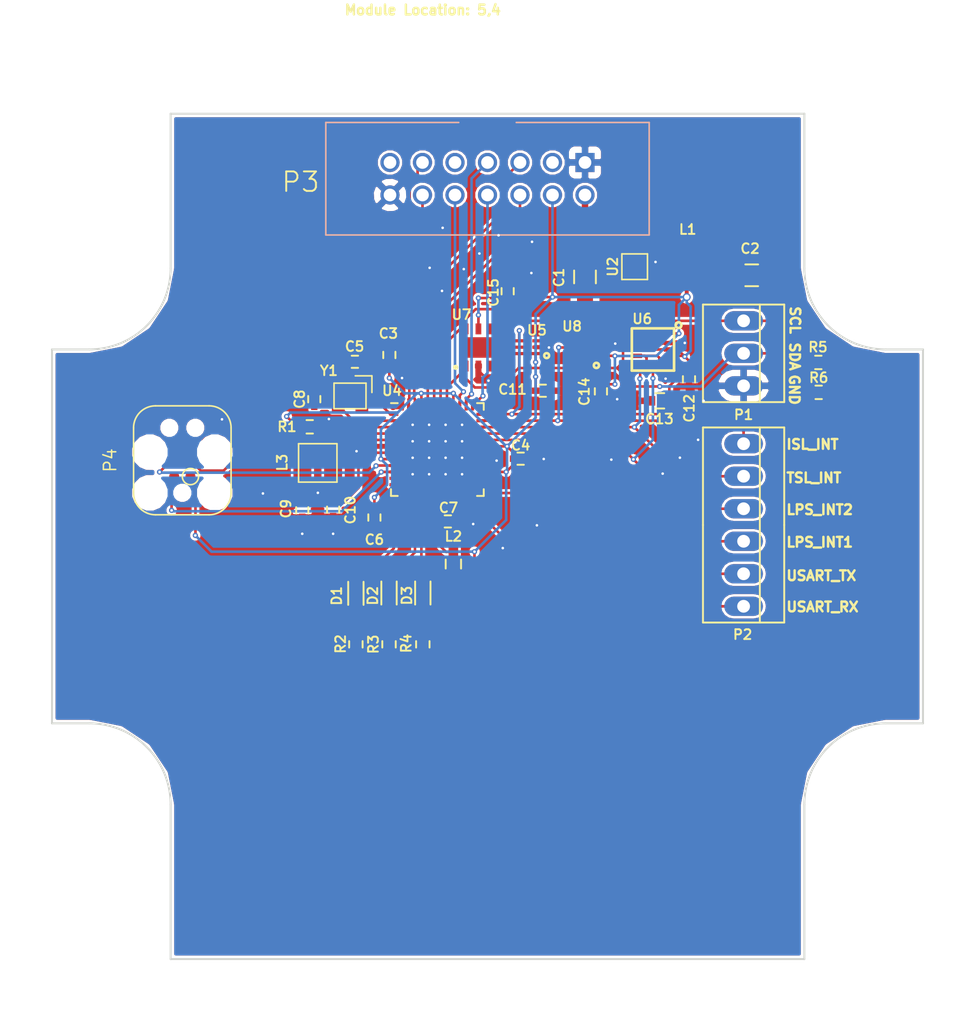
<source format=kicad_pcb>
(kicad_pcb (version 4) (host pcbnew 4.0.4-stable)
  (layers (0 F.Cu signal) (31 B.Cu signal) (34 B.Paste user) (35 F.Paste user) (36 B.SilkS user) (37 F.SilkS user) (38 B.Mask user) (39 F.Mask user) (44 Edge.Cuts user))
  (net 0 "")
  (net 1 +5V)
  (net 2 GND)
  (net 3 +3V3)
  (net 4 /xin)
  (net 5 /xout)
  (net 6 "Net-(L1-Pad2)")
  (net 7 "Net-(R1-Pad2)")
  (net 8 /CNTR_SCL)
  (net 9 /CNTR_SDA)
  (net 10 /CNTR_PPS)
  (net 11 /USB_D+)
  (net 12 /USB_D-)
  (net 13 "Net-(U2-Pad2)")
  (net 14 /SAM4L_RESET)
  (net 15 /SAM4L_SWDCLK)
  (net 16 /SAM4L_SWDIO)
  (net 17 "Net-(U4-Pad11)")
  (net 18 "Net-(U4-Pad13)")
  (net 19 "Net-(U4-Pad14)")
  (net 20 "Net-(U4-Pad18)")
  (net 21 "Net-(U4-Pad20)")
  (net 22 "Net-(U4-Pad21)")
  (net 23 "Net-(U4-Pad22)")
  (net 24 "Net-(U4-Pad25)")
  (net 25 "Net-(U4-Pad28)")
  (net 26 SDA)
  (net 27 SCL)
  (net 28 "Net-(U5-Pad3)")
  (net 29 "Net-(U6-Pad3)")
  (net 30 "Net-(U6-Pad2)")
  (net 31 "Net-(U7-Pad3)")
  (net 32 "Net-(U7-Pad4)")
  (net 33 /VDDANA)
  (net 34 /VDD_OUT)
  (net 35 /VDD_CORE)
  (net 36 "Net-(U7-Pad7)")
  (net 37 /ISL_INT)
  (net 38 /TSL_INT)
  (net 39 /LPS_INT1)
  (net 40 /LPS_INT2)
  (net 41 /MOD_OUT)
  (net 42 /MOD_IN)
  (net 43 /LED_1)
  (net 44 "Net-(D1-Pad2)")
  (net 45 /LED_2)
  (net 46 "Net-(D2-Pad2)")
  (net 47 /LED_3)
  (net 48 "Net-(D3-Pad2)")
  (net 49 /USART_TX)
  (net 50 /USART_RX)
  (net 51 "Net-(U4-Pad32)")
  (net 52 "Net-(P3-Pad3)")
  (net 53 "Net-(P3-Pad9)")
  (net 54 "Net-(P3-Pad13)")
  (net 55 "Net-(P4-Pad6)")
  (module Capacitors_SMD:C_0805_HandSoldering (layer F.Cu) (at 134.62 81.3308 270)
    (fp_text reference C1 (at 0.0508 2.032 270) (layer F.SilkS) (effects (font (size 0.762 0.762))))
    (fp_text value GENERIC_C_0805)
    (pad 1 smd rect (at -1.25 0 270) (size 1.5 1.25) (layers F.Cu F.Paste F.Mask) (net 1 +5V))
    (pad 2 smd rect (at 1.25 0 270) (size 1.5 1.25) (layers F.Cu F.Paste F.Mask) (net 2 GND))
  )
  (module Capacitors_SMD:C_0805_HandSoldering (layer F.Cu) (at 147.6502 81.2038)
    (fp_text reference C2 (at -0.127 -2.0828) (layer F.SilkS) (effects (font (size 0.762 0.762))))
    (fp_text value GENERIC_C_0805)
    (pad 1 smd rect (at -1.25 0) (size 1.5 1.25) (layers F.Cu F.Paste F.Mask) (net 3 +3V3))
    (pad 2 smd rect (at 1.25 0) (size 1.5 1.25) (layers F.Cu F.Paste F.Mask) (net 2 GND))
  )
  (module Capacitors_SMD:C_0402 (layer F.Cu) (at 119.3292 87.4268 90)
    (fp_text reference C3 (at 1.6764 -0.0762 180) (layer F.SilkS) (effects (font (size 0.762 0.762))))
    (fp_text value C_0.1u_0402_10V_10%_JB)
    (pad 1 smd rect (at -0.55 0 90) (size 0.6 0.5) (layers F.Cu F.Paste F.Mask) (net 3 +3V3))
    (pad 2 smd rect (at 0.55 0 90) (size 0.6 0.5) (layers F.Cu F.Paste F.Mask) (net 2 GND))
  )
  (module Capacitors_SMD:C_0402 (layer F.Cu) (at 129.5908 95.5294)
    (fp_text reference C4 (at 0 -1.0414) (layer F.SilkS) (effects (font (size 0.762 0.762))))
    (fp_text value C_0.1u_0402_10V_10%_JB)
    (pad 1 smd rect (at -0.55 0) (size 0.6 0.5) (layers F.Cu F.Paste F.Mask) (net 3 +3V3))
    (pad 2 smd rect (at 0.55 0) (size 0.6 0.5) (layers F.Cu F.Paste F.Mask) (net 2 GND))
  )
  (module Capacitors_SMD:C_0402 (layer F.Cu) (at 116.6368 87.9602 180)
    (fp_text reference C5 (at 0.0254 1.1938 180) (layer F.SilkS) (effects (font (size 0.762 0.762))))
    (fp_text value GENERIC_C_0402)
    (pad 1 smd rect (at -0.55 0 180) (size 0.6 0.5) (layers F.Cu F.Paste F.Mask) (net 4 /xin))
    (pad 2 smd rect (at 0.55 0 180) (size 0.6 0.5) (layers F.Cu F.Paste F.Mask) (net 2 GND))
  )
  (module Capacitors_SMD:C_0402 (layer F.Cu) (at 118.1608 100.1268 270)
    (fp_text reference C6 (at 1.7272 0 360) (layer F.SilkS) (effects (font (size 0.762 0.762))))
    (fp_text value C_0.1u_0402_10V_10%_JB)
    (pad 1 smd rect (at -0.55 0 270) (size 0.6 0.5) (layers F.Cu F.Paste F.Mask) (net 3 +3V3))
    (pad 2 smd rect (at 0.55 0 270) (size 0.6 0.5) (layers F.Cu F.Paste F.Mask) (net 2 GND))
  )
  (module Capacitors_SMD:C_0402 (layer F.Cu) (at 123.9012 100.4316)
    (fp_text reference C7 (at 0.0508 -1.0668) (layer F.SilkS) (effects (font (size 0.762 0.762))))
    (fp_text value C_0.1u_0402_10V_10%_JB)
    (pad 1 smd rect (at -0.55 0) (size 0.6 0.5) (layers F.Cu F.Paste F.Mask) (net 33 /VDDANA))
    (pad 2 smd rect (at 0.55 0) (size 0.6 0.5) (layers F.Cu F.Paste F.Mask) (net 2 GND))
  )
  (module Capacitors_SMD:C_0402 (layer F.Cu) (at 113.4618 90.8812 90)
    (fp_text reference C8 (at 0 -1.143 90) (layer F.SilkS) (effects (font (size 0.762 0.762))))
    (fp_text value GENERIC_C_0402)
    (pad 1 smd rect (at -0.55 0 90) (size 0.6 0.5) (layers F.Cu F.Paste F.Mask) (net 5 /xout))
    (pad 2 smd rect (at 0.55 0 90) (size 0.6 0.5) (layers F.Cu F.Paste F.Mask) (net 2 GND))
  )
  (module Capacitors_SMD:C_0402 (layer F.Cu) (at 112.522 99.568 270)
    (fp_text reference C9 (at -0.127 1.27 270) (layer F.SilkS) (effects (font (size 0.762 0.762))))
    (fp_text value C_4.7u_0402_10V_10%_X5R)
    (pad 1 smd rect (at -0.55 0 270) (size 0.6 0.5) (layers F.Cu F.Paste F.Mask) (net 34 /VDD_OUT))
    (pad 2 smd rect (at 0.55 0 270) (size 0.6 0.5) (layers F.Cu F.Paste F.Mask) (net 2 GND))
  )
  (module Capacitors_SMD:C_0402 (layer F.Cu) (at 114.935 99.5172 270)
    (fp_text reference C10 (at 0.0254 -1.3462 270) (layer F.SilkS) (effects (font (size 0.762 0.762))))
    (fp_text value C_0.1u_0402_10V_10%_JB)
    (pad 1 smd rect (at -0.55 0 270) (size 0.6 0.5) (layers F.Cu F.Paste F.Mask) (net 34 /VDD_OUT))
    (pad 2 smd rect (at 0.55 0 270) (size 0.6 0.5) (layers F.Cu F.Paste F.Mask) (net 2 GND))
  )
  (module Capacitors_SMD:C_0402 (layer F.Cu) (at 131.318 90.2208)
    (fp_text reference C11 (at -2.3622 -0.1016) (layer F.SilkS) (effects (font (size 0.762 0.762))))
    (fp_text value C_0.1u_0402_10V_10%_JB)
    (pad 1 smd rect (at -0.55 0) (size 0.6 0.5) (layers F.Cu F.Paste F.Mask) (net 3 +3V3))
    (pad 2 smd rect (at 0.55 0) (size 0.6 0.5) (layers F.Cu F.Paste F.Mask) (net 2 GND))
  )
  (module Capacitors_SMD:C_0402 (layer F.Cu) (at 142.748 89.3318 270)
    (fp_text reference C12 (at 2.2606 -0.0254 450) (layer F.SilkS) (effects (font (size 0.762 0.762))))
    (fp_text value C_0.1u_0402_10V_10%_JB)
    (pad 1 smd rect (at -0.55 0 270) (size 0.6 0.5) (layers F.Cu F.Paste F.Mask) (net 3 +3V3))
    (pad 2 smd rect (at 0.55 0 270) (size 0.6 0.5) (layers F.Cu F.Paste F.Mask) (net 2 GND))
  )
  (module Capacitors_SMD:C_0603 (layer F.Cu) (at 140.462 91.0082 180)
    (fp_text reference C13 (at 0.0254 -1.4224 180) (layer F.SilkS) (effects (font (size 0.762 0.762))))
    (fp_text value C_10u_0603_10V_10%_JB)
    (pad 1 smd rect (at -0.75 0 180) (size 0.8 0.75) (layers F.Cu F.Paste F.Mask) (net 3 +3V3))
    (pad 2 smd rect (at 0.75 0 180) (size 0.8 0.75) (layers F.Cu F.Paste F.Mask) (net 2 GND))
  )
  (module Capacitors_SMD:C_0402 (layer F.Cu) (at 135.8646 90.2716 270)
    (fp_text reference C14 (at 0.0254 1.2954 270) (layer F.SilkS) (effects (font (size 0.762 0.762))))
    (fp_text value C_0.1u_0402_10V_10%_JB)
    (pad 1 smd rect (at -0.55 0 270) (size 0.6 0.5) (layers F.Cu F.Paste F.Mask) (net 3 +3V3))
    (pad 2 smd rect (at 0.55 0 270) (size 0.6 0.5) (layers F.Cu F.Paste F.Mask) (net 2 GND))
  )
  (module Capacitors_SMD:C_0402 (layer F.Cu) (at 128.5748 82.4484 90)
    (fp_text reference C15 (at -0.1016 -1.1176 90) (layer F.SilkS) (effects (font (size 0.762 0.762))))
    (fp_text value C_0.1u_0402_10V_10%_JB)
    (pad 1 smd rect (at -0.55 0 90) (size 0.6 0.5) (layers F.Cu F.Paste F.Mask) (net 3 +3V3))
    (pad 2 smd rect (at 0.55 0 90) (size 0.6 0.5) (layers F.Cu F.Paste F.Mask) (net 2 GND))
  )
  (module lab11-passives:DFE322512C (layer F.Cu) (at 142.5702 79.9846 90)
    (fp_text reference L1 (at 2.3622 0.0762 180) (layer F.SilkS) (effects (font (size 0.762 0.762))))
    (fp_text value ".47 uH")
    (pad 1 smd rect (at -1.225 0 180) (size 2.5 0.75) (layers F.Cu F.Paste F.Mask) (net 3 +3V3))
    (pad 2 smd rect (at 1.225 0 180) (size 2.5 0.75) (layers F.Cu F.Paste F.Mask) (net 6 "Net-(L1-Pad2)"))
  )
  (module lab11-passives:1212 (layer F.Cu) (at 113.735 95.8596 180)
    (fp_text reference L3 (at 2.3306 0.0254 270) (layer F.SilkS) (effects (font (size 0.762 0.762)) (justify bottom)))
    (fp_text value 22uH)
    (pad 1 smd rect (at -1.2 0 270) (size 3 1.4) (layers F.Cu F.Paste F.Mask) (net 35 /VDD_CORE))
    (pad 2 smd rect (at 1.2 0 270) (size 3 1.4) (layers F.Cu F.Paste F.Mask) (net 34 /VDD_OUT))
  )
  (module Resistors_SMD:R_0402 (layer F.Cu) (at 113.1062 93.0402)
    (fp_text reference R1 (at -1.778 0) (layer F.SilkS) (effects (font (size 0.762 0.762))))
    (fp_text value R_10k_0402_1%,100ppm/c,0.063W)
    (pad 1 smd rect (at -0.45 0) (size 0.4 0.6) (layers F.Cu F.Paste F.Mask) (net 3 +3V3))
    (pad 2 smd rect (at 0.45 0) (size 0.4 0.6) (layers F.Cu F.Paste F.Mask) (net 7 "Net-(R1-Pad2)"))
  )
  (module regulators:RLT0007A (layer F.Cu) (at 138.5022 80.5324 90)
    (fp_text reference U2 (at 0 -1.27 90) (layer F.SilkS) (effects (font (size 0.762 0.762)) (justify bottom)))
    (fp_text value TPS62086)
    (pad 1 smd rect (at -0.9 -0.75 90) (size 0.6 0.25) (layers F.Cu F.Paste F.Mask) (net 1 +5V))
    (pad 2 smd oval (at -0.9 -0.25 90) (size 0.6 0.25) (layers F.Cu F.Paste F.Mask) (net 13 "Net-(U2-Pad2)"))
    (pad 7 smd rect (at 0.45 -0.6 90) (size 1.5 0.3) (layers F.Cu F.Paste F.Mask) (net 1 +5V))
    (pad 6 smd rect (at 0.45 0 90) (size 1.5 0.3) (layers F.Cu F.Paste F.Mask) (net 6 "Net-(L1-Pad2)"))
    (pad 5 smd rect (at 0.45 0.6 90) (size 1.5 0.3) (layers F.Cu F.Paste F.Mask) (net 2 GND))
    (pad 3 smd oval (at -0.9 0.25 90) (size 0.6 0.25) (layers F.Cu F.Paste F.Mask) (net 3 +3V3))
    (pad 4 smd oval (at -0.9 0.75 90) (size 0.6 0.25) (layers F.Cu F.Paste F.Mask) (net 3 +3V3))
  )
  (module Housings_DFN_QFN:QFN-48-1EP_7x7mm_Pitch0.5mm (layer F.Cu) (at 123.0816 94.8146)
    (fp_text reference U4 (at -3.5492 -4.5938) (layer F.SilkS) (effects (font (size 0.762 0.762))))
    (fp_text value SAM4LC8A)
    (pad 1 smd rect (at -3.4 -2.75) (size 0.7 0.25) (layers F.Cu F.Paste F.Mask) (net 4 /xin))
    (pad 2 smd rect (at -3.4 -2.25) (size 0.7 0.25) (layers F.Cu F.Paste F.Mask) (net 5 /xout))
    (pad 3 smd rect (at -3.4 -1.75) (size 0.7 0.25) (layers F.Cu F.Paste F.Mask) (net 7 "Net-(R1-Pad2)"))
    (pad 4 smd rect (at -3.4 -1.25) (size 0.7 0.25) (layers F.Cu F.Paste F.Mask) (net 14 /SAM4L_RESET))
    (pad 5 smd rect (at -3.4 -0.75) (size 0.7 0.25) (layers F.Cu F.Paste F.Mask) (net 35 /VDD_CORE))
    (pad 6 smd rect (at -3.4 -0.25) (size 0.7 0.25) (layers F.Cu F.Paste F.Mask) (net 2 GND))
    (pad 7 smd rect (at -3.4 0.25) (size 0.7 0.25) (layers F.Cu F.Paste F.Mask) (net 34 /VDD_OUT))
    (pad 8 smd rect (at -3.4 0.75) (size 0.7 0.25) (layers F.Cu F.Paste F.Mask) (net 3 +3V3))
    (pad 9 smd rect (at -3.4 1.25) (size 0.7 0.25) (layers F.Cu F.Paste F.Mask) (net 15 /SAM4L_SWDCLK))
    (pad 10 smd rect (at -3.4 1.75) (size 0.7 0.25) (layers F.Cu F.Paste F.Mask) (net 16 /SAM4L_SWDIO))
    (pad 11 smd rect (at -3.4 2.25) (size 0.7 0.25) (layers F.Cu F.Paste F.Mask) (net 17 "Net-(U4-Pad11)"))
    (pad 12 smd rect (at -3.4 2.75) (size 0.7 0.25) (layers F.Cu F.Paste F.Mask) (net 43 /LED_1))
    (pad 13 smd rect (at -2.75 3.4 90) (size 0.7 0.25) (layers F.Cu F.Paste F.Mask) (net 18 "Net-(U4-Pad13)"))
    (pad 14 smd rect (at -2.25 3.4 90) (size 0.7 0.25) (layers F.Cu F.Paste F.Mask) (net 19 "Net-(U4-Pad14)"))
    (pad 15 smd rect (at -1.75 3.4 90) (size 0.7 0.25) (layers F.Cu F.Paste F.Mask) (net 45 /LED_2))
    (pad 16 smd rect (at -1.25 3.4 90) (size 0.7 0.25) (layers F.Cu F.Paste F.Mask) (net 47 /LED_3))
    (pad 17 smd rect (at -0.75 3.4 90) (size 0.7 0.25) (layers F.Cu F.Paste F.Mask) (net 2 GND))
    (pad 18 smd rect (at -0.25 3.4 90) (size 0.7 0.25) (layers F.Cu F.Paste F.Mask) (net 20 "Net-(U4-Pad18)"))
    (pad 19 smd rect (at 0.25 3.4 90) (size 0.7 0.25) (layers F.Cu F.Paste F.Mask) (net 33 /VDDANA))
    (pad 20 smd rect (at 0.75 3.4 90) (size 0.7 0.25) (layers F.Cu F.Paste F.Mask) (net 21 "Net-(U4-Pad20)"))
    (pad 21 smd rect (at 1.25 3.4 90) (size 0.7 0.25) (layers F.Cu F.Paste F.Mask) (net 22 "Net-(U4-Pad21)"))
    (pad 22 smd rect (at 1.75 3.4 90) (size 0.7 0.25) (layers F.Cu F.Paste F.Mask) (net 23 "Net-(U4-Pad22)"))
    (pad 23 smd rect (at 2.25 3.4 90) (size 0.7 0.25) (layers F.Cu F.Paste F.Mask) (net 50 /USART_RX))
    (pad 24 smd rect (at 2.75 3.4 90) (size 0.7 0.25) (layers F.Cu F.Paste F.Mask) (net 49 /USART_TX))
    (pad 25 smd rect (at 3.4 2.75) (size 0.7 0.25) (layers F.Cu F.Paste F.Mask) (net 24 "Net-(U4-Pad25)"))
    (pad 26 smd rect (at 3.4 2.25) (size 0.7 0.25) (layers F.Cu F.Paste F.Mask) (net 24 "Net-(U4-Pad25)"))
    (pad 27 smd rect (at 3.4 1.75) (size 0.7 0.25) (layers F.Cu F.Paste F.Mask) (net 3 +3V3))
    (pad 28 smd rect (at 3.4 1.25) (size 0.7 0.25) (layers F.Cu F.Paste F.Mask) (net 25 "Net-(U4-Pad28)"))
    (pad 29 smd rect (at 3.4 0.75) (size 0.7 0.25) (layers F.Cu F.Paste F.Mask) (net 25 "Net-(U4-Pad28)"))
    (pad 30 smd rect (at 3.4 0.25) (size 0.7 0.25) (layers F.Cu F.Paste F.Mask) (net 2 GND))
    (pad 31 smd rect (at 3.4 -0.25) (size 0.7 0.25) (layers F.Cu F.Paste F.Mask) (net 3 +3V3))
    (pad 32 smd rect (at 3.4 -0.75) (size 0.7 0.25) (layers F.Cu F.Paste F.Mask) (net 51 "Net-(U4-Pad32)"))
    (pad 33 smd rect (at 3.4 -1.25) (size 0.7 0.25) (layers F.Cu F.Paste F.Mask) (net 39 /LPS_INT1))
    (pad 34 smd rect (at 3.4 -1.75) (size 0.7 0.25) (layers F.Cu F.Paste F.Mask) (net 40 /LPS_INT2))
    (pad 35 smd rect (at 3.4 -2.25) (size 0.7 0.25) (layers F.Cu F.Paste F.Mask) (net 38 /TSL_INT))
    (pad 36 smd rect (at 3.4 -2.75) (size 0.7 0.25) (layers F.Cu F.Paste F.Mask) (net 37 /ISL_INT))
    (pad 37 smd rect (at 2.75 -3.4 90) (size 0.7 0.25) (layers F.Cu F.Paste F.Mask) (net 41 /MOD_OUT))
    (pad 38 smd rect (at 2.25 -3.4 90) (size 0.7 0.25) (layers F.Cu F.Paste F.Mask) (net 10 /CNTR_PPS))
    (pad 39 smd rect (at 1.75 -3.4 90) (size 0.7 0.25) (layers F.Cu F.Paste F.Mask) (net 42 /MOD_IN))
    (pad 40 smd rect (at 1.25 -3.4 90) (size 0.7 0.25) (layers F.Cu F.Paste F.Mask) (net 3 +3V3))
    (pad 41 smd rect (at 0.75 -3.4 90) (size 0.7 0.25) (layers F.Cu F.Paste F.Mask) (net 26 SDA))
    (pad 42 smd rect (at 0.25 -3.4 90) (size 0.7 0.25) (layers F.Cu F.Paste F.Mask) (net 27 SCL))
    (pad 43 smd rect (at -0.25 -3.4 90) (size 0.7 0.25) (layers F.Cu F.Paste F.Mask) (net 9 /CNTR_SDA))
    (pad 44 smd rect (at -0.75 -3.4 90) (size 0.7 0.25) (layers F.Cu F.Paste F.Mask) (net 8 /CNTR_SCL))
    (pad 45 smd rect (at -1.25 -3.4 90) (size 0.7 0.25) (layers F.Cu F.Paste F.Mask) (net 3 +3V3))
    (pad 46 smd rect (at -1.75 -3.4 90) (size 0.7 0.25) (layers F.Cu F.Paste F.Mask) (net 12 /USB_D-))
    (pad 47 smd rect (at -2.25 -3.4 90) (size 0.7 0.25) (layers F.Cu F.Paste F.Mask) (net 11 /USB_D+))
    (pad 48 smd rect (at -2.75 -3.4 90) (size 0.7 0.25) (layers F.Cu F.Paste F.Mask) (net 2 GND))
    (pad 49 smd rect (at 1.93125 1.93125) (size 1.2875 1.2875) (layers F.Cu F.Paste F.Mask) (net 2 GND))
    (pad 49 smd rect (at 1.93125 0.64375) (size 1.2875 1.2875) (layers F.Cu F.Paste F.Mask) (net 2 GND))
    (pad 49 smd rect (at 1.93125 -0.64375) (size 1.2875 1.2875) (layers F.Cu F.Paste F.Mask) (net 2 GND))
    (pad 49 smd rect (at 1.93125 -1.93125) (size 1.2875 1.2875) (layers F.Cu F.Paste F.Mask) (net 2 GND))
    (pad 49 smd rect (at 0.64375 1.93125) (size 1.2875 1.2875) (layers F.Cu F.Paste F.Mask) (net 2 GND))
    (pad 49 smd rect (at 0.64375 0.64375) (size 1.2875 1.2875) (layers F.Cu F.Paste F.Mask) (net 2 GND))
    (pad 49 smd rect (at 0.64375 -0.64375) (size 1.2875 1.2875) (layers F.Cu F.Paste F.Mask) (net 2 GND))
    (pad 49 smd rect (at 0.64375 -1.93125) (size 1.2875 1.2875) (layers F.Cu F.Paste F.Mask) (net 2 GND))
    (pad 49 smd rect (at -0.64375 1.93125) (size 1.2875 1.2875) (layers F.Cu F.Paste F.Mask) (net 2 GND))
    (pad 49 smd rect (at -0.64375 0.64375) (size 1.2875 1.2875) (layers F.Cu F.Paste F.Mask) (net 2 GND))
    (pad 49 smd rect (at -0.64375 -0.64375) (size 1.2875 1.2875) (layers F.Cu F.Paste F.Mask) (net 2 GND))
    (pad 49 smd rect (at -0.64375 -1.93125) (size 1.2875 1.2875) (layers F.Cu F.Paste F.Mask) (net 2 GND))
    (pad 49 smd rect (at -1.93125 1.93125) (size 1.2875 1.2875) (layers F.Cu F.Paste F.Mask) (net 2 GND))
    (pad 49 smd rect (at -1.93125 0.64375) (size 1.2875 1.2875) (layers F.Cu F.Paste F.Mask) (net 2 GND))
    (pad 49 smd rect (at -1.93125 -0.64375) (size 1.2875 1.2875) (layers F.Cu F.Paste F.Mask) (net 2 GND))
    (pad 49 smd rect (at -1.93125 -1.93125) (size 1.2875 1.2875) (layers F.Cu F.Paste F.Mask) (net 2 GND))
  )
  (module lab11-ic:L6_1.5x1.6mm (layer F.Cu) (at 130.151235 86.820865 180)
    (fp_text reference U5 (at -0.709565 1.324465 180) (layer F.SilkS) (effects (font (size 0.762 0.762))))
    (fp_text value ISL29035)
    (pad 1 smd rect (at -0.6 -0.5 180) (size 0.8 0.25) (layers F.Cu F.Paste F.Mask) (net 3 +3V3))
    (pad 2 smd rect (at -0.675 0 180) (size 0.65 0.25) (layers F.Cu F.Paste F.Mask) (net 2 GND))
    (pad 3 smd rect (at -0.675 0.5 180) (size 0.65 0.25) (layers F.Cu F.Paste F.Mask) (net 28 "Net-(U5-Pad3)"))
    (pad 4 smd rect (at 0.675 0.5 180) (size 0.65 0.25) (layers F.Cu F.Paste F.Mask) (net 37 /ISL_INT))
    (pad 5 smd rect (at 0.675 0 180) (size 0.65 0.25) (layers F.Cu F.Paste F.Mask) (net 27 SCL))
    (pad 6 smd rect (at 0.675 -0.5 180) (size 0.65 0.25) (layers F.Cu F.Paste F.Mask) (net 26 SDA))
  )
  (module lab11-ic:DFN_3x3mm_1mm (layer F.Cu) (at 126.290435 86.844065 90)
    (fp_text reference U7 (at 2.566865 -1.322435 180) (layer F.SilkS) (effects (font (size 0.762 0.762))))
    (fp_text value Si7021)
    (pad 1 smd rect (at -1.45 -1 180) (size 0.45 0.85) (layers F.Cu F.Paste F.Mask) (net 26 SDA))
    (pad 2 smd rect (at -1.45 0 180) (size 0.45 0.85) (layers F.Cu F.Paste F.Mask) (net 2 GND))
    (pad 3 smd rect (at -1.45 1 180) (size 0.45 0.85) (layers F.Cu F.Paste F.Mask) (net 31 "Net-(U7-Pad3)"))
    (pad 4 smd rect (at 1.45 1 180) (size 0.45 0.85) (layers F.Cu F.Paste F.Mask) (net 32 "Net-(U7-Pad4)"))
    (pad 5 smd rect (at 1.45 0 180) (size 0.45 0.85) (layers F.Cu F.Paste F.Mask) (net 3 +3V3))
    (pad 6 smd rect (at 1.45 -1 180) (size 0.45 0.85) (layers F.Cu F.Paste F.Mask) (net 27 SCL))
    (pad 7 smd rect (at 0 0 270) (size 1.6 2.5) (layers F.Cu F.Paste F.Mask) (net 36 "Net-(U7-Pad7)"))
  )
  (module crystals:FHXXX (layer F.Cu) (at 116.2558 90.6272 180)
    (fp_text reference Y1 (at 1.651 1.524 180) (layer F.SilkS) (effects (font (size 0.762 0.762)) (justify bottom)))
    (fp_text value FH1600015)
    (pad 1 smd rect (at -0.925 0.775 180) (size 1 0.95) (layers F.Cu F.Paste F.Mask) (net 4 /xin))
    (pad 2 smd rect (at 0.925 0.775 180) (size 1 0.95) (layers F.Cu F.Paste F.Mask) (net 2 GND))
    (pad 3 smd rect (at 0.925 -0.775 180) (size 1 0.95) (layers F.Cu F.Paste F.Mask) (net 5 /xout))
    (pad 4 smd rect (at -0.925 -0.775 180) (size 1 0.95) (layers F.Cu F.Paste F.Mask) (net 2 GND))
  )
  (module lab11-ic:HCLGA-16L (layer F.Cu) (at 139.930235 86.998665 270)
    (fp_text reference U6 (at -2.391265 0.839835 360) (layer F.SilkS) (effects (font (size 0.762 0.762))))
    (fp_text value LPS331AP)
    (pad 13 smd rect (at 1.25 -1 270) (size 0.8 0.35) (layers F.Cu F.Paste F.Mask) (net 2 GND))
    (pad 12 smd rect (at 1.25 -0.5 270) (size 0.8 0.35) (layers F.Cu F.Paste F.Mask) (net 2 GND))
    (pad 11 smd rect (at 1.25 0 270) (size 0.8 0.35) (layers F.Cu F.Paste F.Mask) (net 39 /LPS_INT1))
    (pad 10 smd rect (at 1.25 0.5 270) (size 0.8 0.35) (layers F.Cu F.Paste F.Mask) (net 2 GND))
    (pad 9 smd rect (at 1.25 1 270) (size 0.8 0.35) (layers F.Cu F.Paste F.Mask) (net 40 /LPS_INT2))
    (pad 6 smd rect (at -0.5 1.25) (size 0.8 0.35) (layers F.Cu F.Paste F.Mask) (net 26 SDA))
    (pad 8 smd rect (at 0.5 1.25) (size 0.8 0.35) (layers F.Cu F.Paste F.Mask) (net 2 GND))
    (pad 7 smd rect (at 0 1.25) (size 0.8 0.35) (layers F.Cu F.Paste F.Mask) (net 3 +3V3))
    (pad 5 smd rect (at -1.25 1 270) (size 0.8 0.35) (layers F.Cu F.Paste F.Mask) (net 2 GND))
    (pad 4 smd rect (at -1.25 0.5 270) (size 0.8 0.35) (layers F.Cu F.Paste F.Mask) (net 27 SCL))
    (pad 3 smd rect (at -1.25 0 270) (size 0.8 0.35) (layers F.Cu F.Paste F.Mask) (net 29 "Net-(U6-Pad3)"))
    (pad 2 smd rect (at -1.25 -0.5 270) (size 0.8 0.35) (layers F.Cu F.Paste F.Mask) (net 30 "Net-(U6-Pad2)"))
    (pad 1 smd rect (at -1.25 -1 270) (size 0.8 0.35) (layers F.Cu F.Paste F.Mask) (net 3 +3V3))
    (pad 16 smd rect (at -0.5 -1.25) (size 0.8 0.35) (layers F.Cu F.Paste F.Mask) (net 2 GND))
    (pad 15 smd rect (at 0 -1.25) (size 0.8 0.35) (layers F.Cu F.Paste F.Mask) (net 3 +3V3))
    (pad 14 smd rect (at 0.5 -1.25) (size 0.8 0.35) (layers F.Cu F.Paste F.Mask) (net 3 +3V3))
  )
  (module lab11-ic:DFN2 (layer F.Cu) (at 134.621635 86.846265 180)
    (fp_text reference U8 (at 1.017635 1.654665 180) (layer F.SilkS) (effects (font (size 0.762 0.762))))
    (fp_text value TSL2561)
    (pad 2 smd rect (at -0.8 0 270) (size 0.4 1.3) (layers F.Cu F.Paste F.Mask) (net 2 GND))
    (pad 5 smd rect (at 0.8 0 270) (size 0.4 1.3) (layers F.Cu F.Paste F.Mask) (net 38 /TSL_INT))
    (pad 3 smd rect (at -0.8 0.65 270) (size 0.4 1.3) (layers F.Cu F.Paste F.Mask) (net 2 GND))
    (pad 1 smd rect (at -0.8 -0.65 270) (size 0.4 1.3) (layers F.Cu F.Paste F.Mask) (net 3 +3V3))
    (pad 6 smd rect (at 0.8 -0.65 270) (size 0.4 1.3) (layers F.Cu F.Paste F.Mask) (net 26 SDA))
    (pad 4 smd rect (at 0.8 0.65 270) (size 0.4 1.3) (layers F.Cu F.Paste F.Mask) (net 27 SCL))
  )
  (module Connect:PINHEAD1-3 (layer F.Cu) (at 147.0152 87.2998 270)
    (fp_text reference P1 (at 4.8006 0 360) (layer F.SilkS) (effects (font (size 0.762 0.762))))
    (fp_text value CONN_01X03)
    (pad 1 thru_hole oval (at -2.54 0 270) (size 1.50622 3.01498) (drill 0.99822) (layers *.Cu *.Mask) (net 27 SCL))
    (pad 2 thru_hole oval (at 0 0 270) (size 1.50622 3.01498) (drill 0.99822) (layers *.Cu *.Mask) (net 26 SDA))
    (pad 3 thru_hole oval (at 2.54 0 270) (size 1.50622 3.01498) (drill 0.99822) (layers *.Cu *.Mask) (net 2 GND))
  )
  (module Connect:PINHEAD1-6 (layer F.Cu) (at 147.0152 100.711 270)
    (fp_text reference P2 (at 8.5598 0.0762 360) (layer F.SilkS) (effects (font (size 0.762 0.762))))
    (fp_text value CONN_01X06)
    (pad 1 thru_hole oval (at -6.35 0 270) (size 1.50622 3.01498) (drill 0.99822) (layers *.Cu *.Mask) (net 37 /ISL_INT))
    (pad 2 thru_hole oval (at -3.81 0 270) (size 1.50622 3.01498) (drill 0.99822) (layers *.Cu *.Mask) (net 38 /TSL_INT))
    (pad 3 thru_hole oval (at -1.27 0 270) (size 1.50622 3.01498) (drill 0.99822) (layers *.Cu *.Mask) (net 40 /LPS_INT2))
    (pad 4 thru_hole oval (at 1.27 0 270) (size 1.50622 3.01498) (drill 0.99822) (layers *.Cu *.Mask) (net 39 /LPS_INT1))
    (pad 5 thru_hole oval (at 3.81 0 270) (size 1.50622 3.01498) (drill 0.99822) (layers *.Cu *.Mask) (net 49 /USART_TX))
    (pad 6 thru_hole oval (at 6.35 0 270) (size 1.50622 3.01498) (drill 0.99822) (layers *.Cu *.Mask) (net 50 /USART_RX))
  )
  (module Diodes_SMD:D_0603 (layer F.Cu) (at 116.713 106.2482 270)
    (fp_text reference D1 (at 0 1.5 270) (layer F.SilkS) (effects (font (size 0.762 0.762))))
    (fp_text value LED)
    (pad 1 smd rect (at -0.85 0 270) (size 0.6 0.8) (layers F.Cu F.Paste F.Mask) (net 43 /LED_1))
    (pad 2 smd rect (at 0.85 0 270) (size 0.6 0.8) (layers F.Cu F.Paste F.Mask) (net 44 "Net-(D1-Pad2)"))
  )
  (module Diodes_SMD:D_0603 (layer F.Cu) (at 119.3038 106.2228 270)
    (fp_text reference D2 (at 0.0136 1.27 270) (layer F.SilkS) (effects (font (size 0.762 0.762))))
    (fp_text value LED)
    (pad 1 smd rect (at -0.85 0 270) (size 0.6 0.8) (layers F.Cu F.Paste F.Mask) (net 45 /LED_2))
    (pad 2 smd rect (at 0.85 0 270) (size 0.6 0.8) (layers F.Cu F.Paste F.Mask) (net 46 "Net-(D2-Pad2)"))
  )
  (module Diodes_SMD:D_0603 (layer F.Cu) (at 121.9454 106.2228 270)
    (fp_text reference D3 (at 0 1.2446 270) (layer F.SilkS) (effects (font (size 0.762 0.762))))
    (fp_text value LED)
    (pad 1 smd rect (at -0.85 0 270) (size 0.6 0.8) (layers F.Cu F.Paste F.Mask) (net 47 /LED_3))
    (pad 2 smd rect (at 0.85 0 270) (size 0.6 0.8) (layers F.Cu F.Paste F.Mask) (net 48 "Net-(D3-Pad2)"))
  )
  (module Resistors_SMD:R_0402 (layer F.Cu) (at 116.713 110.0328 270)
    (fp_text reference R2 (at -0.0254 1.1938 270) (layer F.SilkS) (effects (font (size 0.762 0.762))))
    (fp_text value GENERIC_R_0402)
    (pad 1 smd rect (at -0.45 0 270) (size 0.4 0.6) (layers F.Cu F.Paste F.Mask) (net 44 "Net-(D1-Pad2)"))
    (pad 2 smd rect (at 0.45 0 270) (size 0.4 0.6) (layers F.Cu F.Paste F.Mask) (net 3 +3V3))
  )
  (module Resistors_SMD:R_0402 (layer F.Cu) (at 119.3038 110.0328 270)
    (fp_text reference R3 (at 0 1.2192 270) (layer F.SilkS) (effects (font (size 0.762 0.762))))
    (fp_text value GENERIC_R_0402)
    (pad 1 smd rect (at -0.45 0 270) (size 0.4 0.6) (layers F.Cu F.Paste F.Mask) (net 46 "Net-(D2-Pad2)"))
    (pad 2 smd rect (at 0.45 0 270) (size 0.4 0.6) (layers F.Cu F.Paste F.Mask) (net 3 +3V3))
  )
  (module Resistors_SMD:R_0402 (layer F.Cu) (at 121.9454 110.0328 270)
    (fp_text reference R4 (at -0.069 1.2954 270) (layer F.SilkS) (effects (font (size 0.762 0.762))))
    (fp_text value GENERIC_R_0402)
    (pad 1 smd rect (at -0.45 0 270) (size 0.4 0.6) (layers F.Cu F.Paste F.Mask) (net 48 "Net-(D3-Pad2)"))
    (pad 2 smd rect (at 0.45 0 270) (size 0.4 0.6) (layers F.Cu F.Paste F.Mask) (net 3 +3V3))
  )
  (module Resistors_SMD:R_0402 (layer F.Cu) (at 152.8572 88.011 180)
    (fp_text reference R5 (at 0.0326 1.1938 180) (layer F.SilkS) (effects (font (size 0.762 0.762))))
    (fp_text value GENERIC_R_0402)
    (pad 1 smd rect (at -0.45 0 180) (size 0.4 0.6) (layers F.Cu F.Paste F.Mask) (net 3 +3V3))
    (pad 2 smd rect (at 0.45 0 180) (size 0.4 0.6) (layers F.Cu F.Paste F.Mask) (net 27 SCL))
  )
  (module Resistors_SMD:R_0402 (layer F.Cu) (at 152.8826 90.3478 180)
    (fp_text reference R6 (at 0 1.143 180) (layer F.SilkS) (effects (font (size 0.762 0.762))))
    (fp_text value GENERIC_R_0402)
    (pad 1 smd rect (at -0.45 0 180) (size 0.4 0.6) (layers F.Cu F.Paste F.Mask) (net 3 +3V3))
    (pad 2 smd rect (at 0.45 0 180) (size 0.4 0.6) (layers F.Cu F.Paste F.Mask) (net 26 SDA))
  )
  (module lab11-connectors:SIGNPOST_MODULE_GENERIC (layer F.Cu) (at 127 101.6)
    (fp_text reference P3 (at -14.605 -27.686) (layer F.SilkS))
    (fp_text value SIGNPOST_MODULE_GENERIC)
    (pad 1 thru_hole rect (at 7.62 -29.21 180) (size 1.4986 1.4986) (drill 0.9906) (layers *.Cu *.Mask) (net 2 GND))
    (pad 2 thru_hole circle (at 7.62 -26.67 180) (size 1.4986 1.4986) (drill 0.9906) (layers *.Cu *.Mask) (net 1 +5V))
    (pad 3 thru_hole circle (at 5.08 -29.21 180) (size 1.4986 1.4986) (drill 0.9906) (layers *.Cu *.Mask) (net 52 "Net-(P3-Pad3)"))
    (pad 4 thru_hole circle (at 5.08 -26.67 180) (size 1.4986 1.4986) (drill 0.9906) (layers *.Cu *.Mask) (net 3 +3V3))
    (pad 5 thru_hole circle (at 2.54 -29.21 180) (size 1.4986 1.4986) (drill 0.9906) (layers *.Cu *.Mask) (net 8 /CNTR_SCL))
    (pad 6 thru_hole circle (at 2.54 -26.67 180) (size 1.4986 1.4986) (drill 0.9906) (layers *.Cu *.Mask) (net 9 /CNTR_SDA))
    (pad 7 thru_hole circle (at 0 -29.21 180) (size 1.4986 1.4986) (drill 0.9906) (layers *.Cu *.Mask) (net 10 /CNTR_PPS))
    (pad 8 thru_hole circle (at 0 -26.67 180) (size 1.4986 1.4986) (drill 0.9906) (layers *.Cu *.Mask) (net 41 /MOD_OUT))
    (pad 9 thru_hole circle (at -2.54 -29.21 180) (size 1.4986 1.4986) (drill 0.9906) (layers *.Cu *.Mask) (net 53 "Net-(P3-Pad9)"))
    (pad 10 thru_hole circle (at -2.54 -26.67 180) (size 1.4986 1.4986) (drill 0.9906) (layers *.Cu *.Mask) (net 42 /MOD_IN))
    (pad 11 thru_hole circle (at -5.08 -29.21 180) (size 1.4986 1.4986) (drill 0.9906) (layers *.Cu *.Mask) (net 11 /USB_D+))
    (pad 12 thru_hole circle (at -5.08 -26.67 180) (size 1.4986 1.4986) (drill 0.9906) (layers *.Cu *.Mask) (net 12 /USB_D-))
    (pad 13 thru_hole circle (at -7.62 -29.21 180) (size 1.4986 1.4986) (drill 0.9906) (layers *.Cu *.Mask) (net 54 "Net-(P3-Pad13)"))
    (pad 14 thru_hole circle (at -7.62 -26.67 180) (size 1.4986 1.4986) (drill 0.9906) (layers *.Cu *.Mask) (net 2 GND))
  )
  (module lab11-connectors:TC2030-IDC (layer F.Cu) (at 103.1494 95.6564 90)
    (fp_text reference P4 (at 0 -5.08 90) (layer F.SilkS) (effects (font (size 0.9652 0.9652) (thickness 0.12192)) (justify bottom)))
    (fp_text value JLINK-TC)
    (pad 1 smd circle (at -1.27 0.635 90) (size 0.7874 0.7874) (layers F.Cu F.Paste F.Mask) (net 3 +3V3))
    (pad "" np_thru_hole circle (at -2.54 -2.54 90) (size 2.3749 2.3749) (drill 2.3749) (layers *.Cu))
    (pad 3 smd circle (at 0 0.635 90) (size 0.7874 0.7874) (layers F.Cu F.Paste F.Mask) (net 14 /SAM4L_RESET))
    (pad 5 smd circle (at 1.27 0.635 90) (size 0.7874 0.7874) (layers F.Cu F.Paste F.Mask) (net 2 GND))
    (pad 6 smd circle (at 1.27 -0.635 90) (size 0.7874 0.7874) (layers F.Cu F.Paste F.Mask) (net 55 "Net-(P4-Pad6)"))
    (pad 4 smd circle (at 0 -0.635 90) (size 0.7874 0.7874) (layers F.Cu F.Paste F.Mask) (net 15 /SAM4L_SWDCLK))
    (pad 2 smd circle (at -1.27 -0.635 90) (size 0.7874 0.7874) (layers F.Cu F.Paste F.Mask) (net 16 /SAM4L_SWDIO))
    (pad "" np_thru_hole circle (at 0.635 -2.54 90) (size 2.3749 2.3749) (drill 2.3749) (layers *.Cu))
    (pad "" np_thru_hole circle (at 0.635 2.54 90) (size 2.3749 2.3749) (drill 2.3749) (layers *.Cu))
    (pad "" np_thru_hole circle (at -2.54 2.54 90) (size 2.3749 2.3749) (drill 2.3749) (layers *.Cu))
    (pad "" np_thru_hole circle (at -2.54 0 90) (size 1.016 1.016) (drill 1.016) (layers *.Cu))
    (pad "" np_thru_hole circle (at 2.54 -1.016 90) (size 1.016 1.016) (drill 1.016) (layers *.Cu))
    (pad "" np_thru_hole circle (at 2.54 1.016 90) (size 1.016 1.016) (drill 1.016) (layers *.Cu))
  )
  (module Capacitors_SMD:C_0603_HandSoldering (layer F.Cu) (at 124.333 103.759 270)
    (fp_text reference L2 (at -2.159 0 360) (layer F.SilkS) (effects (font (size 0.762 0.762))))
    (fp_text value "1.5k Ohm")
    (pad 1 smd rect (at -0.95 0 270) (size 1.2 0.75) (layers F.Cu F.Paste F.Mask) (net 33 /VDDANA))
    (pad 2 smd rect (at 0.95 0 270) (size 1.2 0.75) (layers F.Cu F.Paste F.Mask) (net 3 +3V3))
  )
  (gr_text GND (at 150.9776 90.1446 270) (layer F.SilkS) (effects (font (size 0.762 0.762) (thickness 0.1905))))
  (gr_text SDA (at 151.003 87.5538 270) (layer F.SilkS) (effects (font (size 0.762 0.762) (thickness 0.1905))))
  (gr_text SCL (at 151.0284 84.709 270) (layer F.SilkS) (effects (font (size 0.762 0.762) (thickness 0.1905))))
  (gr_text "ISL_INT\n" (at 152.4 94.4118) (layer F.SilkS) (effects (font (size 0.762 0.762) (thickness 0.1905))))
  (gr_text TSL_INT (at 152.508857 97.028) (layer F.SilkS) (effects (font (size 0.762 0.762) (thickness 0.1905))))
  (gr_text LPS_INT2 (at 152.962429 99.5172) (layer F.SilkS) (effects (font (size 0.762 0.762) (thickness 0.1905))))
  (gr_text LPS_INT1 (at 152.962429 102.0572) (layer F.SilkS) (effects (font (size 0.762 0.762) (thickness 0.1905))))
  (gr_text USART_TX (at 153.089429 104.6734) (layer F.SilkS) (effects (font (size 0.762 0.762) (thickness 0.1905))))
  (gr_text "USART_RX\n" (at 153.180143 107.1118) (layer F.SilkS) (effects (font (size 0.762 0.762) (thickness 0.1905))))
  (gr_circle (center 131.6228 87.4776) (end 131.699 87.5284) (layer F.SilkS) (width 0.2))
  (gr_circle (center 124.5108 88.392) (end 124.5362 88.4936) (layer F.SilkS) (width 0.2))
  (gr_text "Module Location: 5,4\n" (at 121.9454 60.4774) (layer F.SilkS) (effects (font (size 0.762 0.762) (thickness 0.1905))))
  (gr_line (start 158.115 116.205) (end 161.036 116.205) (layer Edge.Cuts) (width 0.15))
  (gr_line (start 151.765 134.62) (end 151.765 122.555) (layer Edge.Cuts) (width 0.15))
  (gr_arc (start 158.115 122.555) (end 151.765 122.555) (angle 90) (layer Edge.Cuts) (width 0.15))
  (gr_line (start 92.964 116.205) (end 95.885 116.205) (layer Edge.Cuts) (width 0.15))
  (gr_line (start 102.235 134.62) (end 102.235 122.555) (layer Edge.Cuts) (width 0.15))
  (gr_arc (start 95.885 122.555) (end 95.885 116.205) (angle 90) (layer Edge.Cuts) (width 0.15))
  (gr_line (start 161.036 86.995) (end 158.115 86.995) (layer Edge.Cuts) (width 0.15))
  (gr_line (start 151.765 80.645) (end 151.765 68.58) (layer Edge.Cuts) (width 0.15))
  (gr_arc (start 158.115 80.645) (end 151.765 80.645) (angle -90) (layer Edge.Cuts) (width 0.15))
  (gr_line (start 161.036 86.995) (end 161.036 116.205) (layer Edge.Cuts) (width 0.15))
  (gr_line (start 102.235 134.62) (end 151.765 134.62) (layer Edge.Cuts) (width 0.15))
  (gr_arc (start 95.885 80.645) (end 95.885 86.995) (angle -90) (layer Edge.Cuts) (width 0.15))
  (gr_line (start 92.964 86.995) (end 95.885 86.995) (layer Edge.Cuts) (width 0.15))
  (gr_line (start 102.235 80.645) (end 102.235 68.58) (layer Edge.Cuts) (width 0.15))
  (gr_line (start 102.235 68.58) (end 151.765 68.58) (layer Edge.Cuts) (width 0.15))
  (gr_line (start 92.964 86.995) (end 92.964 116.205) (layer Edge.Cuts) (width 0.15))
  (segment (start 137.9022 80.0824) (end 136.4234 80.0824) (width 0.4064) (layer F.Cu) (net 1))
  (segment (start 136.4234 80.0824) (end 134.6216 80.0824) (width 0.4064) (layer F.Cu) (net 1))
  (segment (start 137.7522 81.4324) (end 137.424 81.4324) (width 0.2032) (layer F.Cu) (net 1))
  (segment (start 137.424 81.4324) (end 136.4234 80.4318) (width 0.2032) (layer F.Cu) (net 1))
  (segment (start 136.4234 80.4318) (end 136.4234 80.0824) (width 0.2032) (layer F.Cu) (net 1))
  (segment (start 134.6216 80.0824) (end 134.62 80.0808) (width 0.2032) (layer F.Cu) (net 1))
  (segment (start 134.62 74.93) (end 134.62 80.0808) (width 0.508) (layer F.Cu) (net 1))
  (segment (start 137.9006 80.0808) (end 137.9022 80.0824) (width 0.2032) (layer F.Cu) (net 1))
  (segment (start 103.7844 94.3864) (end 104.178099 93.992701) (width 0.2032) (layer F.Cu) (net 2))
  (segment (start 104.178099 93.992701) (end 104.641648 93.992701) (width 0.2032) (layer F.Cu) (net 2))
  (segment (start 104.641648 93.992701) (end 106.178349 92.456) (width 0.2032) (layer F.Cu) (net 2))
  (via (at 106.2482 92.456) (size 0.4064) (drill 0.2032) (layers F.Cu B.Cu) (net 2))
  (segment (start 106.178349 92.456) (end 106.2482 92.456) (width 0.2032) (layer F.Cu) (net 2))
  (segment (start 126.365 79.502) (end 127.7874 78.0796) (width 0.2032) (layer F.Cu) (net 2))
  (segment (start 127.7874 78.0796) (end 127.8636 78.0796) (width 0.2032) (layer F.Cu) (net 2))
  (via (at 127.8636 78.0796) (size 0.4064) (drill 0.2032) (layers F.Cu B.Cu) (net 2))
  (segment (start 125.1458 80.7212) (end 126.365 79.502) (width 0.2032) (layer F.Cu) (net 2))
  (via (at 126.365 79.502) (size 0.4064) (drill 0.2032) (layers F.Cu B.Cu) (net 2))
  (segment (start 123.444 82.423) (end 125.1458 80.7212) (width 0.2032) (layer F.Cu) (net 2))
  (via (at 125.1458 80.7212) (size 0.4064) (drill 0.2032) (layers F.Cu B.Cu) (net 2))
  (segment (start 122.4788 80.6196) (end 122.4788 81.4578) (width 0.2032) (layer B.Cu) (net 2))
  (segment (start 122.4788 81.4578) (end 123.444 82.423) (width 0.2032) (layer B.Cu) (net 2))
  (via (at 123.444 82.423) (size 0.4064) (drill 0.2032) (layers F.Cu B.Cu) (net 2))
  (segment (start 123.4948 77.4954) (end 123.4948 79.6036) (width 0.2032) (layer F.Cu) (net 2))
  (segment (start 123.4948 79.6036) (end 122.4788 80.6196) (width 0.2032) (layer F.Cu) (net 2))
  (via (at 122.4788 80.6196) (size 0.4064) (drill 0.2032) (layers F.Cu B.Cu) (net 2))
  (segment (start 119.38 74.93) (end 121.9454 77.4954) (width 0.2032) (layer B.Cu) (net 2))
  (segment (start 121.9454 77.4954) (end 123.4948 77.4954) (width 0.2032) (layer B.Cu) (net 2))
  (via (at 123.4948 77.4954) (size 0.4064) (drill 0.2032) (layers F.Cu B.Cu) (net 2))
  (segment (start 142.748 89.8818) (end 142.7646 89.8818) (width 0.2032) (layer F.Cu) (net 2))
  (via (at 143.891 91.0082) (size 0.4064) (drill 0.2032) (layers F.Cu B.Cu) (net 2))
  (segment (start 142.7646 89.8818) (end 143.891 91.0082) (width 0.2032) (layer F.Cu) (net 2))
  (segment (start 135.8646 90.8216) (end 137.075 90.8216) (width 0.2032) (layer F.Cu) (net 2))
  (segment (start 137.075 90.8216) (end 137.1346 90.8812) (width 0.2032) (layer F.Cu) (net 2))
  (via (at 137.1346 90.8812) (size 0.4064) (drill 0.2032) (layers F.Cu B.Cu) (net 2))
  (segment (start 130.429 81.026) (end 130.429 78.6384) (width 0.2032) (layer B.Cu) (net 2))
  (segment (start 130.429 78.6384) (end 130.4798 78.5876) (width 0.2032) (layer B.Cu) (net 2))
  (via (at 130.4798 78.5876) (size 0.4064) (drill 0.2032) (layers F.Cu B.Cu) (net 2))
  (segment (start 128.5748 81.8984) (end 129.5566 81.8984) (width 0.2032) (layer F.Cu) (net 2))
  (segment (start 129.5566 81.8984) (end 130.429 81.026) (width 0.2032) (layer F.Cu) (net 2))
  (via (at 130.429 81.026) (size 0.4064) (drill 0.2032) (layers F.Cu B.Cu) (net 2))
  (segment (start 141.180235 86.498665) (end 142.406135 86.498665) (width 0.2032) (layer F.Cu) (net 2))
  (segment (start 142.406135 86.498665) (end 142.4178 86.487) (width 0.2032) (layer F.Cu) (net 2))
  (via (at 142.4178 86.487) (size 0.4064) (drill 0.2032) (layers F.Cu B.Cu) (net 2))
  (segment (start 138.930235 85.748665) (end 137.776635 85.748665) (width 0.2032) (layer F.Cu) (net 2))
  (segment (start 137.776635 85.748665) (end 136.983835 86.541465) (width 0.2032) (layer F.Cu) (net 2))
  (segment (start 131.802235 86.846265) (end 132.310234 86.338266) (width 0.2032) (layer B.Cu) (net 2))
  (segment (start 132.310234 86.338266) (end 136.780636 86.338266) (width 0.2032) (layer B.Cu) (net 2))
  (segment (start 136.780636 86.338266) (end 136.983835 86.541465) (width 0.2032) (layer B.Cu) (net 2))
  (segment (start 126.290435 88.294065) (end 126.290435 88.647635) (width 0.2032) (layer F.Cu) (net 2))
  (segment (start 126.290435 88.647635) (end 127.0762 89.4334) (width 0.2032) (layer F.Cu) (net 2))
  (via (at 127.0762 89.4334) (size 0.4064) (drill 0.2032) (layers F.Cu B.Cu) (net 2))
  (segment (start 128.1938 102.5144) (end 129.0828 102.5144) (width 0.2032) (layer B.Cu) (net 2))
  (via (at 130.8608 100.7364) (size 0.4064) (drill 0.2032) (layers F.Cu B.Cu) (net 2))
  (segment (start 129.0828 102.5144) (end 130.8608 100.7364) (width 0.2032) (layer B.Cu) (net 2))
  (segment (start 125.8824 100.6348) (end 126.3142 100.6348) (width 0.2032) (layer F.Cu) (net 2))
  (segment (start 126.3142 100.6348) (end 128.1938 102.5144) (width 0.2032) (layer F.Cu) (net 2))
  (via (at 128.1938 102.5144) (size 0.4064) (drill 0.2032) (layers F.Cu B.Cu) (net 2))
  (segment (start 124.4512 100.4316) (end 125.6792 100.4316) (width 0.2032) (layer F.Cu) (net 2))
  (segment (start 125.6792 100.4316) (end 125.8824 100.6348) (width 0.2032) (layer F.Cu) (net 2))
  (via (at 125.8824 100.6348) (size 0.4064) (drill 0.2032) (layers F.Cu B.Cu) (net 2))
  (segment (start 115.3308 89.8522) (end 115.6058 89.8522) (width 0.2032) (layer F.Cu) (net 2))
  (segment (start 115.6058 89.8522) (end 117.1558 91.4022) (width 0.2032) (layer F.Cu) (net 2))
  (segment (start 117.1558 91.4022) (end 117.1808 91.4022) (width 0.2032) (layer F.Cu) (net 2))
  (segment (start 109.4486 98.2472) (end 113.6904 98.2472) (width 0.2032) (layer B.Cu) (net 2))
  (segment (start 113.6904 98.2472) (end 113.7412 98.1964) (width 0.2032) (layer B.Cu) (net 2))
  (via (at 113.7412 98.1964) (size 0.4064) (drill 0.2032) (layers F.Cu B.Cu) (net 2))
  (segment (start 112.522 101.3968) (end 109.4486 98.3234) (width 0.2032) (layer F.Cu) (net 2))
  (segment (start 109.4486 98.3234) (end 109.4486 98.2472) (width 0.2032) (layer F.Cu) (net 2))
  (via (at 109.4486 98.2472) (size 0.4064) (drill 0.2032) (layers F.Cu B.Cu) (net 2))
  (segment (start 142.0368 95.4532) (end 142.0622 95.4532) (width 0.2032) (layer B.Cu) (net 2))
  (segment (start 142.0622 95.4532) (end 143.4592 94.0562) (width 0.2032) (layer B.Cu) (net 2))
  (via (at 143.4592 94.0562) (size 0.4064) (drill 0.2032) (layers F.Cu B.Cu) (net 2))
  (segment (start 140.6906 96.6978) (end 140.7922 96.6978) (width 0.2032) (layer B.Cu) (net 2))
  (segment (start 140.7922 96.6978) (end 142.0368 95.4532) (width 0.2032) (layer B.Cu) (net 2))
  (via (at 142.0368 95.4532) (size 0.4064) (drill 0.2032) (layers F.Cu B.Cu) (net 2))
  (segment (start 136.6774 95.6056) (end 137.7696 96.6978) (width 0.2032) (layer B.Cu) (net 2))
  (segment (start 137.7696 96.6978) (end 140.6906 96.6978) (width 0.2032) (layer B.Cu) (net 2))
  (via (at 140.6906 96.6978) (size 0.4064) (drill 0.2032) (layers F.Cu B.Cu) (net 2))
  (segment (start 140.930235 88.248665) (end 140.930235 89.269965) (width 0.2032) (layer F.Cu) (net 2))
  (segment (start 140.930235 89.269965) (end 140.9192 89.281) (width 0.2032) (layer F.Cu) (net 2))
  (segment (start 140.430235 88.248665) (end 140.430235 88.792035) (width 0.2032) (layer F.Cu) (net 2))
  (segment (start 140.430235 88.792035) (end 140.9192 89.281) (width 0.2032) (layer F.Cu) (net 2))
  (via (at 140.9192 89.281) (size 0.4064) (drill 0.2032) (layers F.Cu B.Cu) (net 2))
  (segment (start 114.6048 92.6074) (end 114.6048 92.4306) (width 0.2032) (layer B.Cu) (net 2))
  (via (at 114.6048 92.4306) (size 0.4064) (drill 0.2032) (layers F.Cu B.Cu) (net 2))
  (segment (start 114.935 100.0672) (end 114.935 101.3968) (width 0.2032) (layer F.Cu) (net 2))
  (via (at 114.935 101.3968) (size 0.4064) (drill 0.2032) (layers F.Cu B.Cu) (net 2))
  (segment (start 112.522 100.118) (end 112.522 101.3968) (width 0.2032) (layer F.Cu) (net 2))
  (via (at 112.522 101.3968) (size 0.4064) (drill 0.2032) (layers F.Cu B.Cu) (net 2))
  (segment (start 112.522 100.118) (end 112.5386 100.118) (width 0.2032) (layer F.Cu) (net 2))
  (segment (start 120.3316 91.4146) (end 120.3316 89.242) (width 0.2032) (layer F.Cu) (net 2))
  (segment (start 120.3316 89.242) (end 120.3198 89.2302) (width 0.2032) (layer F.Cu) (net 2))
  (via (at 120.3198 89.2302) (size 0.4064) (drill 0.2032) (layers F.Cu B.Cu) (net 2))
  (segment (start 116.7638 94.9452) (end 114.6048 92.7862) (width 0.2032) (layer B.Cu) (net 2))
  (segment (start 114.6048 92.7862) (end 114.6048 92.6074) (width 0.2032) (layer B.Cu) (net 2))
  (segment (start 131.3942 95.5548) (end 136.6266 95.5548) (width 0.2032) (layer B.Cu) (net 2))
  (segment (start 136.6266 95.5548) (end 136.6774 95.6056) (width 0.2032) (layer B.Cu) (net 2))
  (via (at 136.6774 95.6056) (size 0.4064) (drill 0.2032) (layers F.Cu B.Cu) (net 2))
  (segment (start 139.1022 80.0824) (end 140.0518 80.0824) (width 0.2032) (layer F.Cu) (net 2))
  (segment (start 140.0518 80.0824) (end 140.1318 80.1624) (width 0.2032) (layer F.Cu) (net 2))
  (via (at 140.1318 80.1624) (size 0.4064) (drill 0.2032) (layers F.Cu B.Cu) (net 2))
  (via (at 125.01285 92.88335) (size 0.4064) (drill 0.2032) (layers F.Cu B.Cu) (net 2))
  (via (at 123.72535 92.88335) (size 0.4064) (drill 0.2032) (layers F.Cu B.Cu) (net 2))
  (via (at 122.43785 92.88335) (size 0.4064) (drill 0.2032) (layers F.Cu B.Cu) (net 2))
  (via (at 121.15035 92.88335) (size 0.4064) (drill 0.2032) (layers F.Cu B.Cu) (net 2))
  (via (at 121.15035 94.17085) (size 0.4064) (drill 0.2032) (layers F.Cu B.Cu) (net 2))
  (via (at 122.43785 94.17085) (size 0.4064) (drill 0.2032) (layers F.Cu B.Cu) (net 2))
  (via (at 125.01285 94.17085) (size 0.4064) (drill 0.2032) (layers F.Cu B.Cu) (net 2))
  (via (at 123.72535 94.17085) (size 0.4064) (drill 0.2032) (layers F.Cu B.Cu) (net 2))
  (via (at 123.72535 95.45835) (size 0.4064) (drill 0.2032) (layers F.Cu B.Cu) (net 2))
  (via (at 122.43785 95.45835) (size 0.4064) (drill 0.2032) (layers F.Cu B.Cu) (net 2))
  (via (at 121.15035 95.45835) (size 0.4064) (drill 0.2032) (layers F.Cu B.Cu) (net 2))
  (via (at 121.15035 96.74585) (size 0.4064) (drill 0.2032) (layers F.Cu B.Cu) (net 2))
  (via (at 122.43785 96.74585) (size 0.4064) (drill 0.2032) (layers F.Cu B.Cu) (net 2))
  (via (at 123.72535 96.74585) (size 0.4064) (drill 0.2032) (layers F.Cu B.Cu) (net 2))
  (via (at 125.01285 96.74585) (size 0.4064) (drill 0.2032) (layers F.Cu B.Cu) (net 2))
  (via (at 125.01285 95.45835) (size 0.4064) (drill 0.2032) (layers F.Cu B.Cu) (net 2))
  (segment (start 125.01285 94.17085) (end 125.01285 95.45835) (width 0.2032) (layer F.Cu) (net 2))
  (segment (start 125.01285 92.88335) (end 125.01285 94.17085) (width 0.2032) (layer F.Cu) (net 2))
  (segment (start 123.72535 92.88335) (end 123.72535 94.17085) (width 0.2032) (layer F.Cu) (net 2))
  (segment (start 122.43785 92.88335) (end 123.72535 92.88335) (width 0.2032) (layer F.Cu) (net 2))
  (segment (start 121.15035 92.88335) (end 122.43785 92.88335) (width 0.2032) (layer F.Cu) (net 2))
  (segment (start 121.15035 94.17085) (end 121.15035 92.88335) (width 0.2032) (layer F.Cu) (net 2))
  (segment (start 121.15035 94.17085) (end 122.43785 94.17085) (width 0.2032) (layer F.Cu) (net 2))
  (segment (start 121.15035 94.17085) (end 121.15035 95.45835) (width 0.2032) (layer F.Cu) (net 2))
  (segment (start 121.15035 95.45835) (end 122.43785 95.45835) (width 0.2032) (layer F.Cu) (net 2))
  (segment (start 122.43785 94.17085) (end 122.43785 95.45835) (width 0.2032) (layer F.Cu) (net 2))
  (segment (start 123.72535 95.45835) (end 122.43785 95.45835) (width 0.2032) (layer F.Cu) (net 2))
  (segment (start 123.72535 95.45835) (end 125.01285 95.45835) (width 0.2032) (layer F.Cu) (net 2))
  (segment (start 123.72535 96.74585) (end 123.72535 95.45835) (width 0.2032) (layer F.Cu) (net 2))
  (segment (start 123.72535 96.74585) (end 125.01285 96.74585) (width 0.2032) (layer F.Cu) (net 2))
  (segment (start 122.43785 96.74585) (end 123.72535 96.74585) (width 0.2032) (layer F.Cu) (net 2))
  (segment (start 121.15035 96.74585) (end 122.43785 96.74585) (width 0.2032) (layer F.Cu) (net 2))
  (segment (start 138.680235 87.498665) (end 139.283435 87.498665) (width 0.2032) (layer F.Cu) (net 2))
  (segment (start 139.283435 87.498665) (end 139.430235 87.645465) (width 0.2032) (layer F.Cu) (net 2))
  (segment (start 139.430235 87.645465) (end 139.430235 88.248665) (width 0.2032) (layer F.Cu) (net 2))
  (segment (start 138.680235 87.498665) (end 140.283435 87.498665) (width 0.2032) (layer F.Cu) (net 2))
  (segment (start 140.283435 87.498665) (end 140.430235 87.645465) (width 0.2032) (layer F.Cu) (net 2))
  (segment (start 140.430235 87.645465) (end 140.430235 88.248665) (width 0.2032) (layer F.Cu) (net 2))
  (segment (start 135.421635 86.196265) (end 136.638635 86.196265) (width 0.2032) (layer F.Cu) (net 2))
  (segment (start 136.638635 86.196265) (end 136.983835 86.541465) (width 0.2032) (layer F.Cu) (net 2))
  (segment (start 135.421635 86.846265) (end 136.679035 86.846265) (width 0.2032) (layer F.Cu) (net 2))
  (segment (start 136.679035 86.846265) (end 136.983835 86.541465) (width 0.2032) (layer F.Cu) (net 2))
  (via (at 136.983835 86.541465) (size 0.4064) (drill 0.2032) (layers F.Cu B.Cu) (net 2))
  (segment (start 130.826235 86.820865) (end 131.776835 86.820865) (width 0.2032) (layer F.Cu) (net 2))
  (segment (start 131.776835 86.820865) (end 131.802235 86.846265) (width 0.2032) (layer F.Cu) (net 2))
  (via (at 131.802235 86.846265) (size 0.4064) (drill 0.2032) (layers F.Cu B.Cu) (net 2))
  (segment (start 130.1408 95.5294) (end 131.3688 95.5294) (width 0.2032) (layer F.Cu) (net 2))
  (segment (start 131.3688 95.5294) (end 131.3942 95.5548) (width 0.2032) (layer F.Cu) (net 2))
  (via (at 131.3942 95.5548) (size 0.4064) (drill 0.2032) (layers F.Cu B.Cu) (net 2))
  (segment (start 126.4816 95.0646) (end 127.094 95.0646) (width 0.2032) (layer F.Cu) (net 2))
  (segment (start 127.094 95.0646) (end 127.7112 95.6818) (width 0.2032) (layer F.Cu) (net 2))
  (via (at 127.7112 95.6818) (size 0.4064) (drill 0.2032) (layers F.Cu B.Cu) (net 2))
  (segment (start 119.6816 94.5646) (end 117.1444 94.5646) (width 0.2032) (layer F.Cu) (net 2))
  (segment (start 117.1444 94.5646) (end 116.7638 94.9452) (width 0.2032) (layer F.Cu) (net 2))
  (via (at 116.7638 94.9452) (size 0.4064) (drill 0.2032) (layers F.Cu B.Cu) (net 2))
  (segment (start 125.984 104.14) (end 125.984 104.775) (width 0.2032) (layer F.Cu) (net 3))
  (segment (start 125.984 102.7938) (end 125.984 104.14) (width 0.2032) (layer F.Cu) (net 3))
  (segment (start 125.984 104.14) (end 125.415 104.709) (width 0.2032) (layer F.Cu) (net 3))
  (segment (start 125.415 104.709) (end 124.333 104.709) (width 0.2032) (layer F.Cu) (net 3))
  (segment (start 125.984 104.775) (end 125.984 106.6386) (width 0.2032) (layer F.Cu) (net 3))
  (segment (start 146.4002 81.2038) (end 146.5252 81.2038) (width 0.2032) (layer F.Cu) (net 3))
  (segment (start 146.5252 81.2038) (end 153.3072 87.9858) (width 0.2032) (layer F.Cu) (net 3))
  (segment (start 153.3072 87.9858) (end 153.3072 88.011) (width 0.2032) (layer F.Cu) (net 3))
  (segment (start 142.5702 81.2096) (end 146.3944 81.2096) (width 0.2032) (layer F.Cu) (net 3))
  (segment (start 146.3944 81.2096) (end 146.4002 81.2038) (width 0.2032) (layer F.Cu) (net 3))
  (segment (start 124.333 90.424) (end 128.4736 94.5646) (width 0.2032) (layer B.Cu) (net 3))
  (segment (start 128.4736 94.5646) (end 128.5292 94.5646) (width 0.2032) (layer B.Cu) (net 3))
  (segment (start 118.1608 98.552) (end 118.1608 99.5768) (width 0.2032) (layer F.Cu) (net 3))
  (segment (start 118.6688 95.5548) (end 119.151401 96.037401) (width 0.2032) (layer B.Cu) (net 3))
  (segment (start 119.151401 96.037401) (end 119.151401 97.561399) (width 0.2032) (layer B.Cu) (net 3))
  (segment (start 119.151401 97.561399) (end 118.1608 98.552) (width 0.2032) (layer B.Cu) (net 3))
  (via (at 118.1608 98.552) (size 0.4064) (drill 0.2032) (layers F.Cu B.Cu) (net 3))
  (segment (start 119.3292 89.2302) (end 119.3292 87.9768) (width 0.2032) (layer F.Cu) (net 3))
  (segment (start 121.8184 90.424) (end 120.523 90.424) (width 0.2032) (layer B.Cu) (net 3))
  (segment (start 120.523 90.424) (end 119.3292 89.2302) (width 0.2032) (layer B.Cu) (net 3))
  (via (at 119.3292 89.2302) (size 0.4064) (drill 0.2032) (layers F.Cu B.Cu) (net 3))
  (segment (start 121.8184 90.424) (end 124.333 90.424) (width 0.2032) (layer B.Cu) (net 3))
  (segment (start 142.748 88.7818) (end 142.748 87.884) (width 0.2032) (layer F.Cu) (net 3))
  (segment (start 142.748 87.884) (end 142.4178 87.5538) (width 0.2032) (layer F.Cu) (net 3))
  (segment (start 141.212 91.0082) (end 141.212 89.8646) (width 0.2032) (layer F.Cu) (net 3))
  (segment (start 141.212 89.8646) (end 142.2948 88.7818) (width 0.2032) (layer F.Cu) (net 3))
  (segment (start 142.2948 88.7818) (end 142.748 88.7818) (width 0.2032) (layer F.Cu) (net 3))
  (segment (start 130.760835 89.1286) (end 130.760835 90.213635) (width 0.2032) (layer F.Cu) (net 3))
  (segment (start 130.760835 90.213635) (end 130.768 90.2208) (width 0.2032) (layer F.Cu) (net 3))
  (segment (start 130.760835 89.1286) (end 130.760835 92.332965) (width 0.2032) (layer B.Cu) (net 3))
  (segment (start 130.760835 87.989265) (end 130.760835 89.1286) (width 0.2032) (layer B.Cu) (net 3))
  (via (at 130.760835 89.1286) (size 0.4064) (drill 0.2032) (layers F.Cu B.Cu) (net 3))
  (segment (start 130.760835 87.989265) (end 130.760835 84.224765) (width 0.2032) (layer B.Cu) (net 3))
  (segment (start 130.760835 84.224765) (end 130.7934 84.1922) (width 0.2032) (layer B.Cu) (net 3))
  (segment (start 130.7934 84.1922) (end 132.08 82.9056) (width 0.2032) (layer B.Cu) (net 3))
  (segment (start 136.9568 89.7128) (end 135.8734 89.7128) (width 0.2032) (layer F.Cu) (net 3))
  (segment (start 135.8734 89.7128) (end 135.8646 89.7216) (width 0.2032) (layer F.Cu) (net 3))
  (segment (start 136.958435 87.506665) (end 136.958435 89.711165) (width 0.2032) (layer B.Cu) (net 3))
  (segment (start 136.958435 89.711165) (end 136.9568 89.7128) (width 0.2032) (layer B.Cu) (net 3))
  (via (at 136.9568 89.7128) (size 0.4064) (drill 0.2032) (layers F.Cu B.Cu) (net 3))
  (segment (start 153.3072 88.011) (end 153.3072 90.3224) (width 0.2032) (layer F.Cu) (net 3))
  (segment (start 153.3072 90.3224) (end 153.3326 90.3478) (width 0.2032) (layer F.Cu) (net 3))
  (segment (start 116.713 110.4828) (end 119.3038 110.4828) (width 0.2032) (layer F.Cu) (net 3))
  (segment (start 121.9454 110.4828) (end 119.3038 110.4828) (width 0.2032) (layer F.Cu) (net 3))
  (segment (start 121.9454 110.4828) (end 122.4486 110.4828) (width 0.2032) (layer F.Cu) (net 3))
  (segment (start 122.4486 110.4828) (end 125.984 106.9474) (width 0.2032) (layer F.Cu) (net 3))
  (segment (start 125.984 106.9474) (end 125.984 106.6386) (width 0.2032) (layer F.Cu) (net 3))
  (segment (start 116.7384 110.5082) (end 116.713 110.4828) (width 0.2032) (layer F.Cu) (net 3))
  (segment (start 119.3728 110.5772) (end 119.3038 110.5082) (width 0.2032) (layer F.Cu) (net 3))
  (segment (start 122.0454 110.5772) (end 121.9454 110.5772) (width 0.2032) (layer F.Cu) (net 3))
  (segment (start 142.5702 82.9056) (end 142.5702 83.336652) (width 0.2032) (layer B.Cu) (net 3))
  (segment (start 142.875001 83.641453) (end 142.875001 87.096599) (width 0.2032) (layer B.Cu) (net 3))
  (segment (start 142.5702 83.336652) (end 142.875001 83.641453) (width 0.2032) (layer B.Cu) (net 3))
  (segment (start 142.875001 87.096599) (end 142.620999 87.350601) (width 0.2032) (layer B.Cu) (net 3))
  (segment (start 142.620999 87.350601) (end 142.4178 87.5538) (width 0.2032) (layer B.Cu) (net 3))
  (segment (start 126.2888 82.9818) (end 128.5582 82.9818) (width 0.2032) (layer F.Cu) (net 3))
  (segment (start 128.5582 82.9818) (end 128.5748 82.9984) (width 0.2032) (layer F.Cu) (net 3))
  (via (at 126.2888 82.9818) (size 0.4064) (drill 0.2032) (layers F.Cu B.Cu) (net 3))
  (segment (start 126.2888 82.9818) (end 126.2888 84.30463) (width 0.2032) (layer B.Cu) (net 3))
  (segment (start 132.08 82.9056) (end 128.6676 82.9056) (width 0.2032) (layer F.Cu) (net 3))
  (segment (start 128.6676 82.9056) (end 128.5748 82.9984) (width 0.2032) (layer F.Cu) (net 3))
  (segment (start 126.2888 84.30463) (end 126.290435 84.306265) (width 0.2032) (layer B.Cu) (net 3))
  (via (at 132.08 82.9056) (size 0.4064) (drill 0.2032) (layers F.Cu B.Cu) (net 3))
  (segment (start 111.6076 91.9226) (end 111.3028 92.2274) (width 0.2032) (layer B.Cu) (net 3))
  (via (at 111.3028 92.2274) (size 0.4064) (drill 0.2032) (layers F.Cu B.Cu) (net 3))
  (segment (start 125.984 102.7938) (end 121.5644 102.7938) (width 0.2032) (layer B.Cu) (net 3))
  (segment (start 121.5644 102.7938) (end 105.4354 102.7938) (width 0.2032) (layer B.Cu) (net 3))
  (segment (start 105.4354 102.7938) (end 104.1654 101.5238) (width 0.2032) (layer B.Cu) (net 3))
  (segment (start 103.7844 96.9264) (end 104.178099 97.320099) (width 0.2032) (layer F.Cu) (net 3))
  (segment (start 104.178099 97.320099) (end 104.178099 101.511101) (width 0.2032) (layer F.Cu) (net 3))
  (segment (start 104.178099 101.511101) (end 104.1654 101.5238) (width 0.2032) (layer F.Cu) (net 3))
  (via (at 104.1654 101.5238) (size 0.4064) (drill 0.2032) (layers F.Cu B.Cu) (net 3))
  (segment (start 128.4588 96.5646) (end 128.4588 100.319) (width 0.2032) (layer B.Cu) (net 3))
  (segment (start 128.4588 100.319) (end 125.984 102.7938) (width 0.2032) (layer B.Cu) (net 3))
  (via (at 125.984 102.7938) (size 0.4064) (drill 0.2032) (layers F.Cu B.Cu) (net 3))
  (segment (start 121.4882 90.424) (end 119.9896 91.9226) (width 0.2032) (layer B.Cu) (net 3))
  (segment (start 119.9896 91.9226) (end 118.6688 93.2434) (width 0.2032) (layer B.Cu) (net 3))
  (segment (start 111.6076 91.9226) (end 119.9896 91.9226) (width 0.2032) (layer B.Cu) (net 3))
  (segment (start 142.5702 82.9056) (end 132.08 82.9056) (width 0.2032) (layer B.Cu) (net 3))
  (segment (start 132.08 74.93) (end 132.08 82.9056) (width 0.2032) (layer B.Cu) (net 3))
  (segment (start 118.6688 93.2434) (end 118.6688 95.5548) (width 0.2032) (layer B.Cu) (net 3))
  (segment (start 121.8184 90.424) (end 121.4882 90.424) (width 0.2032) (layer B.Cu) (net 3))
  (segment (start 128.5292 94.5646) (end 128.5292 96.4942) (width 0.2032) (layer B.Cu) (net 3))
  (segment (start 128.5292 96.4942) (end 128.4588 96.5646) (width 0.2032) (layer B.Cu) (net 3))
  (segment (start 130.760835 92.332965) (end 128.5292 94.5646) (width 0.2032) (layer B.Cu) (net 3))
  (via (at 128.5292 94.5646) (size 0.4064) (drill 0.2032) (layers F.Cu B.Cu) (net 3))
  (via (at 128.4588 96.5646) (size 0.4064) (drill 0.2032) (layers F.Cu B.Cu) (net 3))
  (segment (start 141.9606 85.7504) (end 140.204335 87.506665) (width 0.2032) (layer B.Cu) (net 3))
  (segment (start 140.204335 87.506665) (end 136.958435 87.506665) (width 0.2032) (layer B.Cu) (net 3))
  (segment (start 142.5702 82.9056) (end 141.9606 83.5152) (width 0.2032) (layer B.Cu) (net 3))
  (segment (start 141.9606 83.5152) (end 141.9606 85.7504) (width 0.2032) (layer B.Cu) (net 3))
  (via (at 142.5702 82.9056) (size 0.6096) (drill 0.4064) (layers F.Cu B.Cu) (net 3))
  (segment (start 142.5702 81.2096) (end 142.5702 82.9056) (width 0.3048) (layer F.Cu) (net 3))
  (segment (start 139.2522 81.4324) (end 142.3474 81.4324) (width 0.3048) (layer F.Cu) (net 3))
  (segment (start 142.3474 81.4324) (end 142.5702 81.2096) (width 0.3048) (layer F.Cu) (net 3))
  (segment (start 140.930235 85.748665) (end 141.958865 85.748665) (width 0.2032) (layer F.Cu) (net 3))
  (segment (start 141.958865 85.748665) (end 141.9606 85.7504) (width 0.2032) (layer F.Cu) (net 3))
  (via (at 141.9606 85.7504) (size 0.4064) (drill 0.2032) (layers F.Cu B.Cu) (net 3))
  (segment (start 141.180235 86.998665) (end 141.862665 86.998665) (width 0.2032) (layer F.Cu) (net 3))
  (segment (start 141.862665 86.998665) (end 142.4178 87.5538) (width 0.2032) (layer F.Cu) (net 3))
  (segment (start 141.180235 87.498665) (end 142.362665 87.498665) (width 0.2032) (layer F.Cu) (net 3))
  (segment (start 142.362665 87.498665) (end 142.4178 87.5538) (width 0.2032) (layer F.Cu) (net 3))
  (via (at 142.4178 87.5538) (size 0.4064) (drill 0.2032) (layers F.Cu B.Cu) (net 3))
  (segment (start 146.1912 81.2096) (end 146.197 81.2038) (width 0.2032) (layer F.Cu) (net 3))
  (segment (start 138.7522 81.4324) (end 139.2522 81.4324) (width 0.3048) (layer F.Cu) (net 3))
  (segment (start 126.290435 85.394065) (end 126.290435 84.306265) (width 0.2032) (layer F.Cu) (net 3))
  (via (at 126.290435 84.306265) (size 0.4064) (drill 0.2032) (layers F.Cu B.Cu) (net 3))
  (segment (start 141.180235 86.998665) (end 140.577035 86.998665) (width 0.2032) (layer F.Cu) (net 3))
  (segment (start 140.577035 86.998665) (end 138.680235 86.998665) (width 0.2032) (layer F.Cu) (net 3))
  (segment (start 135.421635 87.496265) (end 136.948035 87.496265) (width 0.2032) (layer F.Cu) (net 3))
  (segment (start 136.948035 87.496265) (end 136.958435 87.506665) (width 0.2032) (layer F.Cu) (net 3))
  (via (at 136.958435 87.506665) (size 0.4064) (drill 0.2032) (layers F.Cu B.Cu) (net 3))
  (segment (start 130.751235 87.320865) (end 130.751235 87.979665) (width 0.2032) (layer F.Cu) (net 3))
  (segment (start 130.751235 87.979665) (end 130.760835 87.989265) (width 0.2032) (layer F.Cu) (net 3))
  (via (at 130.760835 87.989265) (size 0.4064) (drill 0.2032) (layers F.Cu B.Cu) (net 3))
  (segment (start 112.6562 93.0402) (end 112.1156 93.0402) (width 0.2032) (layer F.Cu) (net 3))
  (segment (start 112.1156 93.0402) (end 111.3028 92.2274) (width 0.2032) (layer F.Cu) (net 3))
  (segment (start 124.3316 91.4146) (end 124.3316 90.4254) (width 0.2032) (layer F.Cu) (net 3))
  (via (at 124.333 90.424) (size 0.4064) (drill 0.2032) (layers F.Cu B.Cu) (net 3))
  (segment (start 124.3316 90.4254) (end 124.333 90.424) (width 0.2032) (layer F.Cu) (net 3))
  (segment (start 121.8316 91.4146) (end 121.8316 90.4372) (width 0.2032) (layer F.Cu) (net 3))
  (segment (start 121.8316 90.4372) (end 121.8184 90.424) (width 0.2032) (layer F.Cu) (net 3))
  (via (at 121.8184 90.424) (size 0.4064) (drill 0.2032) (layers F.Cu B.Cu) (net 3))
  (segment (start 126.4816 94.5646) (end 128.5292 94.5646) (width 0.2032) (layer F.Cu) (net 3))
  (segment (start 128.5292 94.5646) (end 129.0408 95.0762) (width 0.2032) (layer F.Cu) (net 3))
  (segment (start 129.0408 95.0762) (end 129.0408 95.5294) (width 0.2032) (layer F.Cu) (net 3))
  (segment (start 126.4816 96.5646) (end 128.4588 96.5646) (width 0.2032) (layer F.Cu) (net 3))
  (segment (start 128.4588 96.5646) (end 129.0408 95.9826) (width 0.2032) (layer F.Cu) (net 3))
  (segment (start 129.0408 95.9826) (end 129.0408 95.5294) (width 0.2032) (layer F.Cu) (net 3))
  (segment (start 119.6816 95.5646) (end 118.6786 95.5646) (width 0.2032) (layer F.Cu) (net 3))
  (segment (start 118.6786 95.5646) (end 118.6688 95.5548) (width 0.2032) (layer F.Cu) (net 3))
  (via (at 118.6688 95.5548) (size 0.4064) (drill 0.2032) (layers F.Cu B.Cu) (net 3))
  (segment (start 117.1808 89.8522) (end 117.2058 89.8522) (width 0.2032) (layer F.Cu) (net 4))
  (segment (start 117.2058 89.8522) (end 119.4182 92.0646) (width 0.2032) (layer F.Cu) (net 4))
  (segment (start 119.4182 92.0646) (end 119.6816 92.0646) (width 0.2032) (layer F.Cu) (net 4))
  (segment (start 117.1808 89.8522) (end 117.3656 89.8522) (width 0.2032) (layer F.Cu) (net 4))
  (segment (start 117.1868 87.9602) (end 117.1868 89.8462) (width 0.2032) (layer F.Cu) (net 4))
  (segment (start 115.3308 91.4022) (end 115.3558 91.4022) (width 0.2032) (layer F.Cu) (net 5))
  (segment (start 115.3558 91.4022) (end 116.5182 92.5646) (width 0.2032) (layer F.Cu) (net 5))
  (segment (start 116.5182 92.5646) (end 116.95 92.5646) (width 0.2032) (layer F.Cu) (net 5))
  (segment (start 119.6816 92.5646) (end 116.95 92.5646) (width 0.2032) (layer F.Cu) (net 5))
  (segment (start 115.3308 91.4022) (end 113.4908 91.4022) (width 0.2032) (layer F.Cu) (net 5))
  (segment (start 138.5022 80.0824) (end 138.5022 79.1292) (width 0.3048) (layer F.Cu) (net 6))
  (segment (start 141.117 78.7596) (end 142.5702 78.7596) (width 0.3048) (layer F.Cu) (net 6))
  (segment (start 138.5022 79.1292) (end 138.8718 78.7596) (width 0.3048) (layer F.Cu) (net 6))
  (segment (start 138.8718 78.7596) (end 141.117 78.7596) (width 0.3048) (layer F.Cu) (net 6))
  (segment (start 119.6816 93.0646) (end 113.5806 93.0646) (width 0.2032) (layer F.Cu) (net 7))
  (segment (start 113.5806 93.0646) (end 113.5562 93.0402) (width 0.2032) (layer F.Cu) (net 7))
  (segment (start 119.6806 93.0656) (end 119.6816 93.0646) (width 0.2032) (layer F.Cu) (net 7))
  (segment (start 122.3316 91.4146) (end 122.3316 82.1384) (width 0.2032) (layer F.Cu) (net 8))
  (segment (start 122.3316 82.1384) (end 128.27 76.2) (width 0.2032) (layer F.Cu) (net 8))
  (segment (start 128.27 73.66) (end 128.27 76.2) (width 0.2032) (layer F.Cu) (net 8))
  (segment (start 129.54 72.39) (end 128.27 73.66) (width 0.2032) (layer F.Cu) (net 8))
  (segment (start 129.54 74.93) (end 129.54 77.7494) (width 0.2032) (layer F.Cu) (net 9))
  (segment (start 129.54 77.7494) (end 122.8316 84.4578) (width 0.2032) (layer F.Cu) (net 9))
  (segment (start 122.8316 84.4578) (end 122.8316 91.4146) (width 0.2032) (layer F.Cu) (net 9))
  (segment (start 125.7554 90.4748) (end 125.7554 73.6346) (width 0.2032) (layer B.Cu) (net 10))
  (segment (start 125.7554 73.6346) (end 127 72.39) (width 0.2032) (layer B.Cu) (net 10))
  (segment (start 125.3316 91.4146) (end 125.3316 90.8986) (width 0.2032) (layer F.Cu) (net 10))
  (segment (start 125.3316 90.8986) (end 125.7554 90.4748) (width 0.2032) (layer F.Cu) (net 10))
  (via (at 125.7554 90.4748) (size 0.4064) (drill 0.2032) (layers F.Cu B.Cu) (net 10))
  (segment (start 120.916699 74.448415) (end 121.5368 73.828314) (width 0.2032) (layer F.Cu) (net 11))
  (segment (start 120.8316 91.4146) (end 120.8316 90.8896) (width 0.2032) (layer F.Cu) (net 11))
  (segment (start 121.5368 73.828314) (end 121.5368 72.7732) (width 0.2032) (layer F.Cu) (net 11))
  (segment (start 120.8316 90.8896) (end 120.89 90.8312) (width 0.2032) (layer F.Cu) (net 11))
  (segment (start 120.89 90.8312) (end 120.89 80.158864) (width 0.2032) (layer F.Cu) (net 11))
  (segment (start 120.89 80.158864) (end 121.5368 79.512064) (width 0.2032) (layer F.Cu) (net 11))
  (segment (start 121.5368 79.512064) (end 121.5368 76.031686) (width 0.2032) (layer F.Cu) (net 11))
  (segment (start 121.5368 76.031686) (end 120.916699 75.411585) (width 0.2032) (layer F.Cu) (net 11))
  (segment (start 121.5368 72.7732) (end 121.92 72.39) (width 0.2032) (layer F.Cu) (net 11))
  (segment (start 120.916699 75.411585) (end 120.916699 74.448415) (width 0.2032) (layer F.Cu) (net 11))
  (segment (start 121.615 72.695) (end 121.92 72.39) (width 0.125) (layer F.Cu) (net 11))
  (segment (start 121.92 75.3132) (end 121.92 74.93) (width 0.2032) (layer F.Cu) (net 12))
  (segment (start 121.2732 80.362238) (end 121.92 79.715438) (width 0.2032) (layer F.Cu) (net 12))
  (segment (start 121.92 79.715438) (end 121.92 75.3132) (width 0.2032) (layer F.Cu) (net 12))
  (segment (start 121.3316 91.4146) (end 121.3316 90.8896) (width 0.2032) (layer F.Cu) (net 12))
  (segment (start 121.3316 90.8896) (end 121.2732 90.8312) (width 0.2032) (layer F.Cu) (net 12))
  (segment (start 121.2732 90.8312) (end 121.2732 80.362238) (width 0.2032) (layer F.Cu) (net 12))
  (segment (start 121.92 75.235) (end 121.92 74.93) (width 0.125) (layer F.Cu) (net 12))
  (segment (start 118.2714 93.5646) (end 118.241799 93.594201) (width 0.2032) (layer F.Cu) (net 14))
  (segment (start 104.590851 96.462851) (end 104.178099 96.050099) (width 0.2032) (layer F.Cu) (net 14))
  (segment (start 118.241799 93.594201) (end 109.249947 93.594201) (width 0.2032) (layer F.Cu) (net 14))
  (segment (start 109.249947 93.594201) (end 106.381297 96.462851) (width 0.2032) (layer F.Cu) (net 14))
  (segment (start 106.381297 96.462851) (end 104.590851 96.462851) (width 0.2032) (layer F.Cu) (net 14))
  (segment (start 104.178099 96.050099) (end 103.7844 95.6564) (width 0.2032) (layer F.Cu) (net 14))
  (segment (start 119.6816 93.5646) (end 118.2714 93.5646) (width 0.2032) (layer F.Cu) (net 14))
  (segment (start 102.5144 95.6564) (end 102.2858 95.6564) (width 0.2032) (layer F.Cu) (net 15))
  (segment (start 102.2858 95.6564) (end 101.3714 96.5708) (width 0.2032) (layer F.Cu) (net 15))
  (segment (start 118.2878 96.0882) (end 117.7544 96.6216) (width 0.2032) (layer B.Cu) (net 15))
  (segment (start 117.7544 96.6216) (end 101.4222 96.6216) (width 0.2032) (layer B.Cu) (net 15))
  (segment (start 101.4222 96.6216) (end 101.3714 96.5708) (width 0.2032) (layer B.Cu) (net 15))
  (via (at 101.3714 96.5708) (size 0.4064) (drill 0.2032) (layers F.Cu B.Cu) (net 15))
  (segment (start 119.6816 96.0646) (end 118.3114 96.0646) (width 0.2032) (layer F.Cu) (net 15))
  (segment (start 118.3114 96.0646) (end 118.2878 96.0882) (width 0.2032) (layer F.Cu) (net 15))
  (via (at 118.2878 96.0882) (size 0.4064) (drill 0.2032) (layers F.Cu B.Cu) (net 15))
  (segment (start 102.3112 99.568) (end 102.3112 97.1296) (width 0.2032) (layer F.Cu) (net 16))
  (segment (start 102.3112 97.1296) (end 102.5144 96.9264) (width 0.2032) (layer F.Cu) (net 16))
  (segment (start 118.6942 96.5708) (end 115.627149 99.637851) (width 0.2032) (layer B.Cu) (net 16))
  (segment (start 115.627149 99.637851) (end 102.381051 99.637851) (width 0.2032) (layer B.Cu) (net 16))
  (segment (start 102.381051 99.637851) (end 102.3112 99.568) (width 0.2032) (layer B.Cu) (net 16))
  (via (at 102.3112 99.568) (size 0.4064) (drill 0.2032) (layers F.Cu B.Cu) (net 16))
  (segment (start 119.6816 96.5646) (end 118.7004 96.5646) (width 0.2032) (layer F.Cu) (net 16))
  (segment (start 118.7004 96.5646) (end 118.6942 96.5708) (width 0.2032) (layer F.Cu) (net 16))
  (via (at 118.6942 96.5708) (size 0.4064) (drill 0.2032) (layers F.Cu B.Cu) (net 16))
  (segment (start 126.4816 97.0646) (end 126.4816 97.5646) (width 0.2032) (layer F.Cu) (net 24))
  (segment (start 126.4816 95.5646) (end 126.4816 96.0646) (width 0.2032) (layer F.Cu) (net 25))
  (segment (start 140.462 89.8906) (end 143.67002 89.8906) (width 0.2032) (layer B.Cu) (net 26))
  (segment (start 143.67002 89.8906) (end 146.26082 87.2998) (width 0.2032) (layer B.Cu) (net 26))
  (segment (start 146.26082 87.2998) (end 147.0152 87.2998) (width 0.2032) (layer B.Cu) (net 26))
  (segment (start 138.575068 89.8906) (end 140.462 89.8906) (width 0.2032) (layer F.Cu) (net 26))
  (via (at 140.462 89.8906) (size 0.4064) (drill 0.2032) (layers F.Cu B.Cu) (net 26))
  (segment (start 147.0152 87.2998) (end 149.4846 87.2998) (width 0.2032) (layer F.Cu) (net 26))
  (segment (start 149.4846 87.2998) (end 152.4326 90.2478) (width 0.2032) (layer F.Cu) (net 26))
  (segment (start 152.4326 90.2478) (end 152.4326 90.3478) (width 0.2032) (layer F.Cu) (net 26))
  (segment (start 126.0094 89.9668) (end 127.9144 89.9668) (width 0.2032) (layer F.Cu) (net 26))
  (segment (start 125.290435 88.294065) (end 125.290435 89.247835) (width 0.2032) (layer F.Cu) (net 26))
  (segment (start 125.290435 89.247835) (end 126.0094 89.9668) (width 0.2032) (layer F.Cu) (net 26))
  (segment (start 123.8316 91.4146) (end 123.8316 89.9529) (width 0.2032) (layer F.Cu) (net 26))
  (segment (start 123.8316 89.9529) (end 125.290435 88.494065) (width 0.2032) (layer F.Cu) (net 26))
  (segment (start 125.290435 88.494065) (end 125.290435 88.294065) (width 0.2032) (layer F.Cu) (net 26))
  (segment (start 138.575068 89.8906) (end 137.130934 88.446466) (width 0.2032) (layer F.Cu) (net 26))
  (segment (start 129.434734 88.446466) (end 133.2484 88.446466) (width 0.2032) (layer F.Cu) (net 26))
  (segment (start 133.2484 88.446466) (end 137.130934 88.446466) (width 0.2032) (layer F.Cu) (net 26))
  (segment (start 133.821635 87.496265) (end 133.821635 87.899465) (width 0.2032) (layer F.Cu) (net 26))
  (segment (start 133.821635 87.899465) (end 133.274634 88.446466) (width 0.2032) (layer F.Cu) (net 26))
  (segment (start 133.274634 88.446466) (end 133.2484 88.446466) (width 0.2032) (layer F.Cu) (net 26))
  (segment (start 129.476235 87.320865) (end 129.476235 88.404965) (width 0.2032) (layer F.Cu) (net 26))
  (segment (start 129.476235 88.404965) (end 129.434734 88.446466) (width 0.2032) (layer F.Cu) (net 26))
  (segment (start 127.9144 89.9668) (end 129.434734 88.446466) (width 0.2032) (layer F.Cu) (net 26))
  (segment (start 137.130934 88.446466) (end 137.5918 87.9856) (width 0.2032) (layer F.Cu) (net 26))
  (segment (start 137.5918 87.9856) (end 137.5918 87.054898) (width 0.2032) (layer F.Cu) (net 26))
  (segment (start 137.5918 87.054898) (end 138.148033 86.498665) (width 0.2032) (layer F.Cu) (net 26))
  (segment (start 138.148033 86.498665) (end 138.680235 86.498665) (width 0.2032) (layer F.Cu) (net 26))
  (segment (start 129.276235 87.320865) (end 129.476235 87.320865) (width 0.2032) (layer F.Cu) (net 26))
  (segment (start 147.0152 84.7598) (end 149.256 84.7598) (width 0.2032) (layer F.Cu) (net 27))
  (segment (start 149.256 84.7598) (end 152.4072 87.911) (width 0.2032) (layer F.Cu) (net 27))
  (segment (start 152.4072 87.911) (end 152.4072 88.011) (width 0.2032) (layer F.Cu) (net 27))
  (segment (start 139.04457 84.7598) (end 144.907 84.7598) (width 0.2032) (layer F.Cu) (net 27))
  (segment (start 144.907 84.7598) (end 147.0152 84.7598) (width 0.2032) (layer F.Cu) (net 27))
  (segment (start 127.359264 83.849064) (end 128.27 84.7598) (width 0.2032) (layer F.Cu) (net 27))
  (segment (start 128.27 84.7598) (end 132.969 84.7598) (width 0.2032) (layer F.Cu) (net 27))
  (segment (start 132.969 84.7598) (end 139.04457 84.7598) (width 0.2032) (layer F.Cu) (net 27))
  (segment (start 133.821635 86.196265) (end 133.821635 85.612435) (width 0.2032) (layer F.Cu) (net 27))
  (segment (start 133.821635 85.612435) (end 132.969 84.7598) (width 0.2032) (layer F.Cu) (net 27))
  (segment (start 128.474835 86.347665) (end 128.474835 84.964635) (width 0.2032) (layer F.Cu) (net 27))
  (segment (start 128.474835 84.964635) (end 128.27 84.7598) (width 0.2032) (layer F.Cu) (net 27))
  (segment (start 125.290435 85.394065) (end 125.290435 84.629607) (width 0.2032) (layer F.Cu) (net 27))
  (segment (start 125.290435 84.629607) (end 126.070978 83.849064) (width 0.2032) (layer F.Cu) (net 27))
  (segment (start 126.070978 83.849064) (end 127.359264 83.849064) (width 0.2032) (layer F.Cu) (net 27))
  (segment (start 139.04457 84.7598) (end 139.430235 85.145465) (width 0.2032) (layer F.Cu) (net 27))
  (segment (start 139.430235 85.145465) (end 139.430235 85.748665) (width 0.2032) (layer F.Cu) (net 27))
  (segment (start 123.9774 89.154) (end 123.9774 86.2789) (width 0.2032) (layer F.Cu) (net 27))
  (segment (start 123.9774 86.2789) (end 124.862235 85.394065) (width 0.2032) (layer F.Cu) (net 27))
  (segment (start 124.862235 85.394065) (end 125.290435 85.394065) (width 0.2032) (layer F.Cu) (net 27))
  (segment (start 123.3316 89.7998) (end 123.9774 89.154) (width 0.2032) (layer F.Cu) (net 27))
  (segment (start 123.3316 91.4146) (end 123.3316 89.7998) (width 0.2032) (layer F.Cu) (net 27))
  (segment (start 129.476235 86.820865) (end 128.948035 86.820865) (width 0.2032) (layer F.Cu) (net 27))
  (segment (start 128.948035 86.820865) (end 128.474835 86.347665) (width 0.2032) (layer F.Cu) (net 27))
  (segment (start 123.3512 100.4316) (end 123.3512 102.4054) (width 0.2032) (layer F.Cu) (net 33))
  (segment (start 123.3512 102.4054) (end 123.7548 102.809) (width 0.2032) (layer F.Cu) (net 33))
  (segment (start 123.7548 102.809) (end 124.333 102.809) (width 0.2032) (layer F.Cu) (net 33))
  (segment (start 123.3316 98.2146) (end 123.3316 100.412) (width 0.2032) (layer F.Cu) (net 33))
  (segment (start 123.3316 100.412) (end 123.3512 100.4316) (width 0.2032) (layer F.Cu) (net 33))
  (segment (start 119.6816 95.0646) (end 118.0922 95.0646) (width 0.2032) (layer F.Cu) (net 34))
  (segment (start 118.0922 95.0646) (end 116.9162 96.2406) (width 0.2032) (layer F.Cu) (net 34))
  (segment (start 116.9162 96.2406) (end 116.9162 97.8154) (width 0.2032) (layer F.Cu) (net 34))
  (segment (start 116.9162 97.8154) (end 115.7644 98.9672) (width 0.2032) (layer F.Cu) (net 34))
  (segment (start 115.7644 98.9672) (end 114.935 98.9672) (width 0.2032) (layer F.Cu) (net 34))
  (segment (start 112.522 99.018) (end 114.8842 99.018) (width 0.2032) (layer F.Cu) (net 34))
  (segment (start 114.8842 99.018) (end 114.935 98.9672) (width 0.2032) (layer F.Cu) (net 34))
  (segment (start 112.535 95.8596) (end 112.535 99.005) (width 0.2032) (layer F.Cu) (net 34))
  (segment (start 112.535 99.005) (end 112.522 99.018) (width 0.2032) (layer F.Cu) (net 34))
  (segment (start 119.6816 94.0646) (end 115.93 94.0646) (width 0.2032) (layer F.Cu) (net 35))
  (segment (start 115.93 94.0646) (end 114.935 95.0596) (width 0.2032) (layer F.Cu) (net 35))
  (segment (start 114.935 95.0596) (end 114.935 95.8596) (width 0.2032) (layer F.Cu) (net 35))
  (segment (start 128.905 92.0496) (end 145.66011 92.0496) (width 0.2032) (layer F.Cu) (net 37))
  (segment (start 145.66011 92.0496) (end 147.0152 93.40469) (width 0.2032) (layer F.Cu) (net 37))
  (segment (start 147.0152 93.40469) (end 147.0152 94.361) (width 0.2032) (layer F.Cu) (net 37))
  (segment (start 128.905 92.0496) (end 126.4966 92.0496) (width 0.2032) (layer F.Cu) (net 37))
  (segment (start 126.4966 92.0496) (end 126.4816 92.0646) (width 0.2032) (layer F.Cu) (net 37))
  (segment (start 129.4892 91.1606) (end 129.4892 91.4654) (width 0.2032) (layer B.Cu) (net 37))
  (segment (start 129.4892 91.4654) (end 128.905 92.0496) (width 0.2032) (layer B.Cu) (net 37))
  (via (at 128.905 92.0496) (size 0.4064) (drill 0.2032) (layers F.Cu B.Cu) (net 37))
  (segment (start 129.4892 85.5218) (end 129.4892 91.1606) (width 0.2032) (layer B.Cu) (net 37))
  (segment (start 129.476235 86.320865) (end 129.476235 85.534765) (width 0.2032) (layer F.Cu) (net 37))
  (segment (start 129.476235 85.534765) (end 129.4892 85.5218) (width 0.2032) (layer F.Cu) (net 37))
  (via (at 129.4892 85.5218) (size 0.4064) (drill 0.2032) (layers F.Cu B.Cu) (net 37))
  (segment (start 132.4864 92.5576) (end 138.649458 92.5576) (width 0.2032) (layer F.Cu) (net 38))
  (segment (start 138.649458 92.5576) (end 138.656458 92.5646) (width 0.2032) (layer F.Cu) (net 38))
  (segment (start 138.656458 92.5646) (end 140.1896 92.5646) (width 0.2032) (layer F.Cu) (net 38))
  (segment (start 140.1896 92.5646) (end 144.526 96.901) (width 0.2032) (layer F.Cu) (net 38))
  (segment (start 144.526 96.901) (end 147.0152 96.901) (width 0.2032) (layer F.Cu) (net 38))
  (segment (start 132.4864 92.5576) (end 126.4886 92.5576) (width 0.2032) (layer F.Cu) (net 38))
  (segment (start 126.4886 92.5576) (end 126.4816 92.5646) (width 0.2032) (layer F.Cu) (net 38))
  (segment (start 132.564235 86.846265) (end 132.564235 92.479765) (width 0.2032) (layer B.Cu) (net 38))
  (segment (start 132.564235 92.479765) (end 132.4864 92.5576) (width 0.2032) (layer B.Cu) (net 38))
  (via (at 132.4864 92.5576) (size 0.4064) (drill 0.2032) (layers F.Cu B.Cu) (net 38))
  (segment (start 133.821635 86.846265) (end 132.564235 86.846265) (width 0.2032) (layer F.Cu) (net 38))
  (via (at 132.564235 86.846265) (size 0.4064) (drill 0.2032) (layers F.Cu B.Cu) (net 38))
  (segment (start 136.389 93.5646) (end 138.4046 95.5802) (width 0.2032) (layer F.Cu) (net 39))
  (segment (start 138.4046 95.5802) (end 144.8054 101.981) (width 0.2032) (layer F.Cu) (net 39))
  (via (at 138.4046 95.5802) (size 0.4064) (drill 0.2032) (layers F.Cu B.Cu) (net 39))
  (segment (start 139.9286 89.2556) (end 139.9286 94.0562) (width 0.2032) (layer B.Cu) (net 39))
  (segment (start 139.9286 94.0562) (end 138.4046 95.5802) (width 0.2032) (layer B.Cu) (net 39))
  (segment (start 144.8054 101.981) (end 147.0152 101.981) (width 0.2032) (layer F.Cu) (net 39))
  (segment (start 139.930235 88.248665) (end 139.930235 89.253965) (width 0.2032) (layer F.Cu) (net 39))
  (segment (start 139.930235 89.253965) (end 139.9286 89.2556) (width 0.2032) (layer F.Cu) (net 39))
  (via (at 139.9286 89.2556) (size 0.4064) (drill 0.2032) (layers F.Cu B.Cu) (net 39))
  (segment (start 126.4816 93.5646) (end 136.389 93.5646) (width 0.2032) (layer F.Cu) (net 39))
  (segment (start 138.9126 89.281) (end 138.9126 92.6318) (width 0.2032) (layer B.Cu) (net 40))
  (segment (start 138.9126 92.6318) (end 138.4798 93.0646) (width 0.2032) (layer B.Cu) (net 40))
  (via (at 138.4798 93.0646) (size 0.4064) (drill 0.2032) (layers F.Cu B.Cu) (net 40))
  (segment (start 144.8562 99.441) (end 147.0152 99.441) (width 0.2032) (layer F.Cu) (net 40))
  (segment (start 138.930235 88.248665) (end 138.930235 89.263365) (width 0.2032) (layer F.Cu) (net 40))
  (segment (start 138.930235 89.263365) (end 138.9126 89.281) (width 0.2032) (layer F.Cu) (net 40))
  (via (at 138.9126 89.281) (size 0.4064) (drill 0.2032) (layers F.Cu B.Cu) (net 40))
  (segment (start 138.4798 93.0646) (end 144.8562 99.441) (width 0.2032) (layer F.Cu) (net 40))
  (segment (start 126.4816 93.0646) (end 138.4798 93.0646) (width 0.2032) (layer F.Cu) (net 40))
  (segment (start 126.6444 90.6272) (end 126.619 90.6272) (width 0.2032) (layer F.Cu) (net 41))
  (segment (start 126.619 90.6272) (end 125.8316 91.4146) (width 0.2032) (layer F.Cu) (net 41))
  (segment (start 127 74.93) (end 127 88.832942) (width 0.2032) (layer B.Cu) (net 41))
  (segment (start 127 88.832942) (end 126.618999 89.213943) (width 0.2032) (layer B.Cu) (net 41))
  (segment (start 126.618999 89.213943) (end 126.618999 90.601799) (width 0.2032) (layer B.Cu) (net 41))
  (segment (start 126.618999 90.601799) (end 126.6444 90.6272) (width 0.2032) (layer B.Cu) (net 41))
  (via (at 126.6444 90.6272) (size 0.4064) (drill 0.2032) (layers F.Cu B.Cu) (net 41))
  (segment (start 124.46 74.93) (end 124.46 89.6366) (width 0.2032) (layer B.Cu) (net 42))
  (segment (start 124.46 89.6366) (end 125.1204 90.297) (width 0.2032) (layer B.Cu) (net 42))
  (segment (start 124.8316 91.4146) (end 124.8316 90.5858) (width 0.2032) (layer F.Cu) (net 42))
  (segment (start 124.8316 90.5858) (end 125.1204 90.297) (width 0.2032) (layer F.Cu) (net 42))
  (via (at 125.1204 90.297) (size 0.4064) (drill 0.2032) (layers F.Cu B.Cu) (net 42))
  (segment (start 119.6816 97.5646) (end 119.6816 102.5296) (width 0.2032) (layer F.Cu) (net 43))
  (segment (start 119.6816 102.5296) (end 116.813 105.3982) (width 0.2032) (layer F.Cu) (net 43))
  (segment (start 116.813 105.3982) (end 116.713 105.3982) (width 0.2032) (layer F.Cu) (net 43))
  (segment (start 119.6816 97.5646) (end 119.4566 97.5646) (width 0.2032) (layer F.Cu) (net 43))
  (segment (start 116.713 109.5828) (end 116.713 107.0982) (width 0.2032) (layer F.Cu) (net 44))
  (segment (start 119.3038 105.3728) (end 119.3038 104.8696) (width 0.2032) (layer F.Cu) (net 45))
  (segment (start 119.3038 104.8696) (end 121.3316 102.8418) (width 0.2032) (layer F.Cu) (net 45))
  (segment (start 121.3316 102.8418) (end 121.3316 98.7678) (width 0.2032) (layer F.Cu) (net 45))
  (segment (start 121.3316 98.7678) (end 121.3316 98.2146) (width 0.2032) (layer F.Cu) (net 45))
  (segment (start 119.3038 109.5828) (end 119.3038 107.0728) (width 0.2032) (layer F.Cu) (net 46))
  (segment (start 119.3038 107.0728) (end 119.3038 107.576) (width 0.2032) (layer F.Cu) (net 46))
  (segment (start 121.8316 98.2146) (end 121.8316 105.259) (width 0.2032) (layer F.Cu) (net 47))
  (segment (start 121.8316 105.259) (end 121.9454 105.3728) (width 0.2032) (layer F.Cu) (net 47))
  (segment (start 121.9454 109.5828) (end 121.9454 109.1796) (width 0.2032) (layer F.Cu) (net 48))
  (segment (start 121.9454 109.1796) (end 121.9454 107.0728) (width 0.2032) (layer F.Cu) (net 48))
  (segment (start 137.2798 98.2146) (end 143.5862 104.521) (width 0.2032) (layer F.Cu) (net 49))
  (segment (start 143.5862 104.521) (end 147.0152 104.521) (width 0.2032) (layer F.Cu) (net 49))
  (segment (start 125.8316 98.2146) (end 137.2798 98.2146) (width 0.2032) (layer F.Cu) (net 49))
  (segment (start 125.3316 98.2146) (end 125.3316 98.7678) (width 0.2032) (layer F.Cu) (net 50))
  (segment (start 125.3316 98.7678) (end 133.6248 107.061) (width 0.2032) (layer F.Cu) (net 50))
  (segment (start 133.6248 107.061) (end 145.30451 107.061) (width 0.2032) (layer F.Cu) (net 50))
  (segment (start 145.30451 107.061) (end 147.0152 107.061) (width 0.2032) (layer F.Cu) (net 50))
  (segment (start 126.4816 94.0646) (end 133.333 94.0646) (width 0.2032) (layer F.Cu) (net 51))
  (zone (net 2) (net_name GND) (layer B.Cu) (connect_pads (clearance 0.2032)) (min_thickness 0.254) (fill yes (arc_segments 16) (thermal_gap 0.508) (thermal_bridge_width 0.508))
    (polygon (pts (xy 88.9 63.5) (xy 88.9 139.7) (xy 165.1 139.7) (xy 165.1 63.5)))
  )
  (zone (net 2) (net_name GND) (layer F.Cu) (connect_pads (clearance 0.2032)) (min_thickness 0.254) (fill yes (arc_segments 16) (thermal_gap 0.508) (thermal_bridge_width 0.508))
    (polygon (pts (xy 88.9 63.5) (xy 88.9 139.7) (xy 165.1 139.7) (xy 165.1 63.5)))
  )
)
</source>
